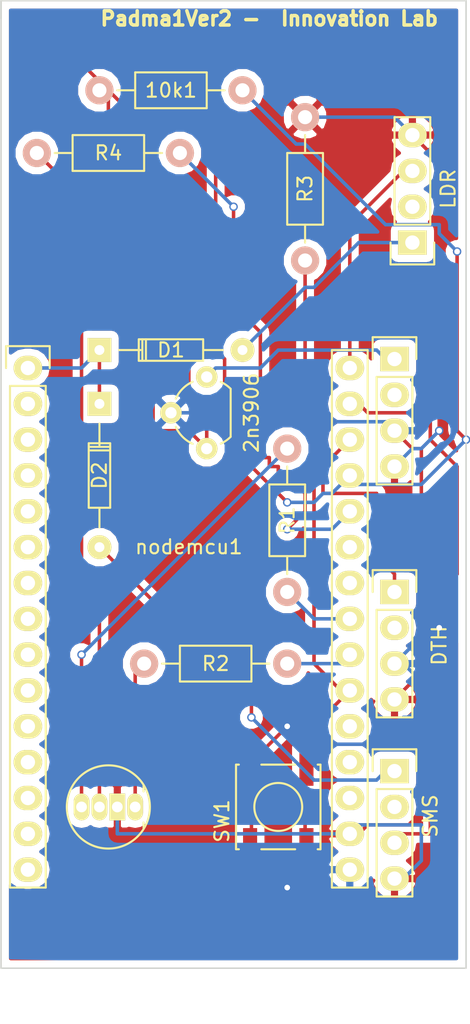
<source format=kicad_pcb>
(kicad_pcb (version 4) (host pcbnew 4.0.2+dfsg1-stable)

  (general
    (links 30)
    (no_connects 0)
    (area 143.459999 81.229999 176.580001 149.910001)
    (thickness 1.6)
    (drawings 8)
    (tracks 186)
    (zones 0)
    (modules 15)
    (nets 42)
  )

  (page A4)
  (layers
    (0 F.Cu signal)
    (31 B.Cu signal)
    (32 B.Adhes user)
    (33 F.Adhes user)
    (34 B.Paste user)
    (35 F.Paste user)
    (36 B.SilkS user)
    (37 F.SilkS user)
    (38 B.Mask user)
    (39 F.Mask user)
    (40 Dwgs.User user)
    (41 Cmts.User user)
    (42 Eco1.User user)
    (43 Eco2.User user)
    (44 Edge.Cuts user)
    (45 Margin user)
    (46 B.CrtYd user)
    (47 F.CrtYd user)
    (48 B.Fab user)
    (49 F.Fab user)
  )

  (setup
    (last_trace_width 0.25)
    (trace_clearance 0.2)
    (zone_clearance 0.508)
    (zone_45_only no)
    (trace_min 0.2)
    (segment_width 0.2)
    (edge_width 0.1)
    (via_size 0.6)
    (via_drill 0.4)
    (via_min_size 0.4)
    (via_min_drill 0.3)
    (uvia_size 0.3)
    (uvia_drill 0.1)
    (uvias_allowed no)
    (uvia_min_size 0.2)
    (uvia_min_drill 0.1)
    (pcb_text_width 0.3)
    (pcb_text_size 1.5 1.5)
    (mod_edge_width 0.15)
    (mod_text_size 1 1)
    (mod_text_width 0.15)
    (pad_size 1.5 1.5)
    (pad_drill 0.6)
    (pad_to_mask_clearance 0)
    (aux_axis_origin 0 0)
    (visible_elements FFFFFF7F)
    (pcbplotparams
      (layerselection 0x010f0_80000001)
      (usegerberextensions false)
      (excludeedgelayer true)
      (linewidth 0.100000)
      (plotframeref false)
      (viasonmask false)
      (mode 1)
      (useauxorigin false)
      (hpglpennumber 1)
      (hpglpenspeed 20)
      (hpglpendiameter 15)
      (hpglpenoverlay 2)
      (psnegative false)
      (psa4output false)
      (plotreference true)
      (plotvalue true)
      (plotinvisibletext false)
      (padsonsilk false)
      (subtractmaskfromsilk false)
      (outputformat 1)
      (mirror false)
      (drillshape 0)
      (scaleselection 1)
      (outputdirectory ""))
  )

  (net 0 "")
  (net 1 +3V3)
  (net 2 "Net-(2n3906-Pad3)")
  (net 3 "Net-(10k1-Pad1)")
  (net 4 "Net-(10k1-Pad2)")
  (net 5 "Net-(D1-Pad2)")
  (net 6 "Net-(D1-Pad1)")
  (net 7 "Net-(D2-Pad2)")
  (net 8 "Net-(D3-Pad1)")
  (net 9 Earth)
  (net 10 "Net-(D3-Pad3)")
  (net 11 "Net-(D3-Pad4)")
  (net 12 "Net-(DTH1-Pad1)")
  (net 13 "Net-(DTH1-Pad2)")
  (net 14 "Net-(Grovr1-Pad2)")
  (net 15 "Net-(LDR1-Pad2)")
  (net 16 "Net-(LDR1-Pad3)")
  (net 17 "Net-(MOIS1-Pad2)")
  (net 18 "Net-(MOIS1-Pad3)")
  (net 19 "Net-(nodemcu1-Pad2)")
  (net 20 "Net-(nodemcu1-Pad3)")
  (net 21 "Net-(nodemcu1-Pad4)")
  (net 22 "Net-(nodemcu1-Pad5)")
  (net 23 "Net-(nodemcu1-Pad6)")
  (net 24 "Net-(nodemcu1-Pad7)")
  (net 25 "Net-(nodemcu1-Pad8)")
  (net 26 "Net-(nodemcu1-Pad9)")
  (net 27 "Net-(nodemcu1-Pad10)")
  (net 28 "Net-(nodemcu1-Pad11)")
  (net 29 "Net-(nodemcu1-Pad12)")
  (net 30 "Net-(nodemcu1-Pad13)")
  (net 31 "Net-(nodemcu1-Pad14)")
  (net 32 "Net-(nodemcu1-Pad15)")
  (net 33 "Net-(nodemcu1-Pad18)")
  (net 34 "Net-(nodemcu1-Pad19)")
  (net 35 "Net-(nodemcu1-Pad25)")
  (net 36 "Net-(R4-Pad1)")
  (net 37 "Net-(nodemcu1-Pad24)")
  (net 38 "Net-(R2-Pad2)")
  (net 39 "Net-(R1-Pad1)")
  (net 40 "Net-(R3-Pad1)")
  (net 41 "Net-(nodemcu1-Pad20)")

  (net_class Default "This is the default net class."
    (clearance 0.2)
    (trace_width 0.25)
    (via_dia 0.6)
    (via_drill 0.4)
    (uvia_dia 0.3)
    (uvia_drill 0.1)
    (add_net +3V3)
    (add_net Earth)
    (add_net "Net-(10k1-Pad1)")
    (add_net "Net-(10k1-Pad2)")
    (add_net "Net-(2n3906-Pad3)")
    (add_net "Net-(D1-Pad1)")
    (add_net "Net-(D1-Pad2)")
    (add_net "Net-(D2-Pad2)")
    (add_net "Net-(D3-Pad1)")
    (add_net "Net-(D3-Pad3)")
    (add_net "Net-(D3-Pad4)")
    (add_net "Net-(DTH1-Pad1)")
    (add_net "Net-(DTH1-Pad2)")
    (add_net "Net-(Grovr1-Pad2)")
    (add_net "Net-(LDR1-Pad2)")
    (add_net "Net-(LDR1-Pad3)")
    (add_net "Net-(MOIS1-Pad2)")
    (add_net "Net-(MOIS1-Pad3)")
    (add_net "Net-(R1-Pad1)")
    (add_net "Net-(R2-Pad2)")
    (add_net "Net-(R3-Pad1)")
    (add_net "Net-(R4-Pad1)")
    (add_net "Net-(nodemcu1-Pad10)")
    (add_net "Net-(nodemcu1-Pad11)")
    (add_net "Net-(nodemcu1-Pad12)")
    (add_net "Net-(nodemcu1-Pad13)")
    (add_net "Net-(nodemcu1-Pad14)")
    (add_net "Net-(nodemcu1-Pad15)")
    (add_net "Net-(nodemcu1-Pad18)")
    (add_net "Net-(nodemcu1-Pad19)")
    (add_net "Net-(nodemcu1-Pad2)")
    (add_net "Net-(nodemcu1-Pad20)")
    (add_net "Net-(nodemcu1-Pad24)")
    (add_net "Net-(nodemcu1-Pad25)")
    (add_net "Net-(nodemcu1-Pad3)")
    (add_net "Net-(nodemcu1-Pad4)")
    (add_net "Net-(nodemcu1-Pad5)")
    (add_net "Net-(nodemcu1-Pad6)")
    (add_net "Net-(nodemcu1-Pad7)")
    (add_net "Net-(nodemcu1-Pad8)")
    (add_net "Net-(nodemcu1-Pad9)")
  )

  (module TO_SOT_Packages_THT:TO-92_Molded_Wide placed (layer F.Cu) (tedit 582D4403) (tstamp 582D4034)
    (at 158.115 113.03 90)
    (descr "TO-92 leads molded, wide, drill 0.8mm (see NXP sot054_po.pdf)")
    (tags "to-92 sc-43 sc-43a sot54 PA33 transistor")
    (path /582C37C4)
    (fp_text reference 2n3906 (at 2.54 3.175 90) (layer F.SilkS)
      (effects (font (size 1 1) (thickness 0.15)))
    )
    (fp_text value Q_PNP_BCE (at -2.54 1.27 180) (layer F.Fab) hide
      (effects (font (size 1 1) (thickness 0.15)))
    )
    (fp_arc (start 2.54 0) (end 0.34 -1) (angle 41.11209044) (layer F.SilkS) (width 0.15))
    (fp_arc (start 2.54 0) (end 4.74 -1) (angle -41.11210221) (layer F.SilkS) (width 0.15))
    (fp_arc (start 2.54 0) (end 0.84 1.7) (angle 20.5) (layer F.SilkS) (width 0.15))
    (fp_arc (start 2.54 0) (end 4.24 1.7) (angle -20.5) (layer F.SilkS) (width 0.15))
    (fp_line (start -1 1.95) (end -1 -3.55) (layer F.CrtYd) (width 0.05))
    (fp_line (start -1 1.95) (end 6.1 1.95) (layer F.CrtYd) (width 0.05))
    (fp_line (start 0.84 1.7) (end 4.24 1.7) (layer F.SilkS) (width 0.15))
    (fp_line (start -1 -3.55) (end 6.1 -3.55) (layer F.CrtYd) (width 0.05))
    (fp_line (start 6.1 1.95) (end 6.1 -3.55) (layer F.CrtYd) (width 0.05))
    (pad 2 thru_hole circle (at 2.54 -2.54 180) (size 1.524 1.524) (drill 0.8) (layers *.Cu *.Mask F.SilkS)
      (net 1 +3V3))
    (pad 3 thru_hole circle (at 5.08 0 180) (size 1.524 1.524) (drill 0.8) (layers *.Cu *.Mask F.SilkS)
      (net 2 "Net-(2n3906-Pad3)"))
    (pad 1 thru_hole circle (at 0 0 180) (size 1.524 1.524) (drill 0.8) (layers *.Cu *.Mask F.SilkS)
      (net 3 "Net-(10k1-Pad1)"))
    (model TO_SOT_Packages_THT.3dshapes/TO-92_Molded_Wide.wrl
      (at (xyz 0.1 0 0))
      (scale (xyz 1 1 1))
      (rotate (xyz 0 0 -90))
    )
  )

  (module Resistors_ThroughHole:Resistor_Horizontal_RM10mm placed (layer F.Cu) (tedit 582D4487) (tstamp 582D403A)
    (at 150.495 87.63)
    (descr "Resistor, Axial,  RM 10mm, 1/3W")
    (tags "Resistor Axial RM 10mm 1/3W")
    (path /582C36F9)
    (fp_text reference 10k1 (at 5.08 0) (layer F.SilkS)
      (effects (font (size 1 1) (thickness 0.15)))
    )
    (fp_text value R (at 5.08 3.81) (layer F.Fab) hide
      (effects (font (size 1 1) (thickness 0.15)))
    )
    (fp_line (start -1.25 -1.5) (end 11.4 -1.5) (layer F.CrtYd) (width 0.05))
    (fp_line (start -1.25 1.5) (end -1.25 -1.5) (layer F.CrtYd) (width 0.05))
    (fp_line (start 11.4 -1.5) (end 11.4 1.5) (layer F.CrtYd) (width 0.05))
    (fp_line (start -1.25 1.5) (end 11.4 1.5) (layer F.CrtYd) (width 0.05))
    (fp_line (start 2.54 -1.27) (end 7.62 -1.27) (layer F.SilkS) (width 0.15))
    (fp_line (start 7.62 -1.27) (end 7.62 1.27) (layer F.SilkS) (width 0.15))
    (fp_line (start 7.62 1.27) (end 2.54 1.27) (layer F.SilkS) (width 0.15))
    (fp_line (start 2.54 1.27) (end 2.54 -1.27) (layer F.SilkS) (width 0.15))
    (fp_line (start 2.54 0) (end 1.27 0) (layer F.SilkS) (width 0.15))
    (fp_line (start 7.62 0) (end 8.89 0) (layer F.SilkS) (width 0.15))
    (pad 1 thru_hole circle (at 0 0) (size 1.99898 1.99898) (drill 1.00076) (layers *.Cu *.SilkS *.Mask)
      (net 3 "Net-(10k1-Pad1)"))
    (pad 2 thru_hole circle (at 10.16 0) (size 1.99898 1.99898) (drill 1.00076) (layers *.Cu *.SilkS *.Mask)
      (net 4 "Net-(10k1-Pad2)"))
    (model Resistors_ThroughHole.3dshapes/Resistor_Horizontal_RM10mm.wrl
      (at (xyz 0 0 0))
      (scale (xyz 0.4 0.4 0.4))
      (rotate (xyz 0 0 0))
    )
  )

  (module Diodes_ThroughHole:Diode_DO-35_SOD27_Horizontal_RM10 placed (layer F.Cu) (tedit 582D442C) (tstamp 582D4040)
    (at 150.495 106.045)
    (descr "Diode, DO-35,  SOD27, Horizontal, RM 10mm")
    (tags "Diode, DO-35, SOD27, Horizontal, RM 10mm, 1N4148,")
    (path /582C3A72)
    (fp_text reference D1 (at 5.08 0) (layer F.SilkS)
      (effects (font (size 1 1) (thickness 0.15)))
    )
    (fp_text value D (at 4.41452 -3.55854) (layer F.Fab) hide
      (effects (font (size 1 1) (thickness 0.15)))
    )
    (fp_line (start 7.36652 -0.00254) (end 8.76352 -0.00254) (layer F.SilkS) (width 0.15))
    (fp_line (start 2.92152 -0.00254) (end 1.39752 -0.00254) (layer F.SilkS) (width 0.15))
    (fp_line (start 3.30252 -0.76454) (end 3.30252 0.75946) (layer F.SilkS) (width 0.15))
    (fp_line (start 3.04852 -0.76454) (end 3.04852 0.75946) (layer F.SilkS) (width 0.15))
    (fp_line (start 2.79452 -0.00254) (end 2.79452 0.75946) (layer F.SilkS) (width 0.15))
    (fp_line (start 2.79452 0.75946) (end 7.36652 0.75946) (layer F.SilkS) (width 0.15))
    (fp_line (start 7.36652 0.75946) (end 7.36652 -0.76454) (layer F.SilkS) (width 0.15))
    (fp_line (start 7.36652 -0.76454) (end 2.79452 -0.76454) (layer F.SilkS) (width 0.15))
    (fp_line (start 2.79452 -0.76454) (end 2.79452 -0.00254) (layer F.SilkS) (width 0.15))
    (pad 2 thru_hole circle (at 10.16052 -0.00254 180) (size 1.69926 1.69926) (drill 0.70104) (layers *.Cu *.Mask F.SilkS)
      (net 5 "Net-(D1-Pad2)"))
    (pad 1 thru_hole rect (at 0.00052 -0.00254 180) (size 1.69926 1.69926) (drill 0.70104) (layers *.Cu *.Mask F.SilkS)
      (net 6 "Net-(D1-Pad1)"))
    (model Diodes_ThroughHole.3dshapes/Diode_DO-35_SOD27_Horizontal_RM10.wrl
      (at (xyz 0.2 0 0))
      (scale (xyz 0.4 0.4 0.4))
      (rotate (xyz 0 0 180))
    )
  )

  (module Diodes_ThroughHole:Diode_DO-35_SOD27_Horizontal_RM10 placed (layer F.Cu) (tedit 582D4420) (tstamp 582D4046)
    (at 150.495 109.855 270)
    (descr "Diode, DO-35,  SOD27, Horizontal, RM 10mm")
    (tags "Diode, DO-35, SOD27, Horizontal, RM 10mm, 1N4148,")
    (path /582C376F)
    (fp_text reference D2 (at 5.08 0 270) (layer F.SilkS)
      (effects (font (size 1 1) (thickness 0.15)))
    )
    (fp_text value D (at 4.41452 -3.55854 270) (layer F.Fab) hide
      (effects (font (size 1 1) (thickness 0.15)))
    )
    (fp_line (start 7.36652 -0.00254) (end 8.76352 -0.00254) (layer F.SilkS) (width 0.15))
    (fp_line (start 2.92152 -0.00254) (end 1.39752 -0.00254) (layer F.SilkS) (width 0.15))
    (fp_line (start 3.30252 -0.76454) (end 3.30252 0.75946) (layer F.SilkS) (width 0.15))
    (fp_line (start 3.04852 -0.76454) (end 3.04852 0.75946) (layer F.SilkS) (width 0.15))
    (fp_line (start 2.79452 -0.00254) (end 2.79452 0.75946) (layer F.SilkS) (width 0.15))
    (fp_line (start 2.79452 0.75946) (end 7.36652 0.75946) (layer F.SilkS) (width 0.15))
    (fp_line (start 7.36652 0.75946) (end 7.36652 -0.76454) (layer F.SilkS) (width 0.15))
    (fp_line (start 7.36652 -0.76454) (end 2.79452 -0.76454) (layer F.SilkS) (width 0.15))
    (fp_line (start 2.79452 -0.76454) (end 2.79452 -0.00254) (layer F.SilkS) (width 0.15))
    (pad 2 thru_hole circle (at 10.16052 -0.00254 90) (size 1.69926 1.69926) (drill 0.70104) (layers *.Cu *.Mask F.SilkS)
      (net 7 "Net-(D2-Pad2)"))
    (pad 1 thru_hole rect (at 0.00052 -0.00254 90) (size 1.69926 1.69926) (drill 0.70104) (layers *.Cu *.Mask F.SilkS)
      (net 6 "Net-(D1-Pad1)"))
    (model Diodes_ThroughHole.3dshapes/Diode_DO-35_SOD27_Horizontal_RM10.wrl
      (at (xyz 0.2 0 0))
      (scale (xyz 0.4 0.4 0.4))
      (rotate (xyz 0 0 180))
    )
  )

  (module LEDs:LED-RGB-5MM_Common_Cathode placed (layer F.Cu) (tedit 582D9CA2) (tstamp 582D404E)
    (at 153.035 138.43 270)
    (descr "5mm common cathode RGB LED")
    (tags "RGB LED 5mm Common Cathode")
    (path /582C388A)
    (fp_text reference D3 (at 0 -2.25 270) (layer F.SilkS) hide
      (effects (font (size 1 1) (thickness 0.15)))
    )
    (fp_text value LED_RGB (at 3.175 1.27 360) (layer F.Fab)
      (effects (font (size 1 1) (thickness 0.15)))
    )
    (fp_circle (center 0 1.905) (end 3.2 1.905) (layer F.CrtYd) (width 0.05))
    (fp_line (start -1.1 -0.595) (end -1.55 -0.595) (layer F.SilkS) (width 0.15))
    (fp_circle (center 0 1.905) (end 2.95 1.905) (layer F.SilkS) (width 0.15))
    (fp_line (start 1.1 -0.595) (end 1.55 -0.595) (layer F.SilkS) (width 0.15))
    (pad 1 thru_hole oval (at 0 0 270) (size 1.905 1.1176) (drill 0.762) (layers *.Cu *.Mask F.SilkS)
      (net 8 "Net-(D3-Pad1)"))
    (pad 2 thru_hole rect (at 0 1.27 270) (size 1.905 1.1176) (drill 0.762) (layers *.Cu *.Mask F.SilkS)
      (net 9 Earth))
    (pad 3 thru_hole oval (at 0 2.54 270) (size 1.905 1.1176) (drill 0.762) (layers *.Cu *.Mask F.SilkS)
      (net 10 "Net-(D3-Pad3)"))
    (pad 4 thru_hole oval (at 0 3.81 270) (size 1.905 1.1176) (drill 0.762) (layers *.Cu *.Mask F.SilkS)
      (net 11 "Net-(D3-Pad4)"))
  )

  (module Pin_Headers:Pin_Header_Straight_1x04 placed (layer F.Cu) (tedit 582D9D03) (tstamp 582D4056)
    (at 171.45 123.19)
    (descr "Through hole pin header")
    (tags "pin header")
    (path /582C4013)
    (fp_text reference DTH (at 3.175 3.81 90) (layer F.SilkS)
      (effects (font (size 1 1) (thickness 0.15)))
    )
    (fp_text value CONN_01X04 (at 0 -3.1) (layer F.Fab) hide
      (effects (font (size 1 1) (thickness 0.15)))
    )
    (fp_line (start -1.75 -1.75) (end -1.75 9.4) (layer F.CrtYd) (width 0.05))
    (fp_line (start 1.75 -1.75) (end 1.75 9.4) (layer F.CrtYd) (width 0.05))
    (fp_line (start -1.75 -1.75) (end 1.75 -1.75) (layer F.CrtYd) (width 0.05))
    (fp_line (start -1.75 9.4) (end 1.75 9.4) (layer F.CrtYd) (width 0.05))
    (fp_line (start -1.27 1.27) (end -1.27 8.89) (layer F.SilkS) (width 0.15))
    (fp_line (start 1.27 1.27) (end 1.27 8.89) (layer F.SilkS) (width 0.15))
    (fp_line (start 1.55 -1.55) (end 1.55 0) (layer F.SilkS) (width 0.15))
    (fp_line (start -1.27 8.89) (end 1.27 8.89) (layer F.SilkS) (width 0.15))
    (fp_line (start 1.27 1.27) (end -1.27 1.27) (layer F.SilkS) (width 0.15))
    (fp_line (start -1.55 0) (end -1.55 -1.55) (layer F.SilkS) (width 0.15))
    (fp_line (start -1.55 -1.55) (end 1.55 -1.55) (layer F.SilkS) (width 0.15))
    (pad 1 thru_hole rect (at 0 0) (size 2.032 1.7272) (drill 1.016) (layers *.Cu *.Mask F.SilkS)
      (net 12 "Net-(DTH1-Pad1)"))
    (pad 2 thru_hole oval (at 0 2.54) (size 2.032 1.7272) (drill 1.016) (layers *.Cu *.Mask F.SilkS)
      (net 13 "Net-(DTH1-Pad2)"))
    (pad 3 thru_hole oval (at 0 5.08) (size 2.032 1.7272) (drill 1.016) (layers *.Cu *.Mask F.SilkS)
      (net 1 +3V3))
    (pad 4 thru_hole oval (at 0 7.62) (size 2.032 1.7272) (drill 1.016) (layers *.Cu *.Mask F.SilkS)
      (net 9 Earth))
    (model Pin_Headers.3dshapes/Pin_Header_Straight_1x04.wrl
      (at (xyz 0 -0.15 0))
      (scale (xyz 1 1 1))
      (rotate (xyz 0 0 90))
    )
  )

  (module Pin_Headers:Pin_Header_Straight_1x04 placed (layer F.Cu) (tedit 582D4569) (tstamp 582D405E)
    (at 171.45 106.68)
    (descr "Through hole pin header")
    (tags "pin header")
    (path /582C406C)
    (fp_text reference Grovr1 (at 0 -5.1) (layer F.SilkS) hide
      (effects (font (size 1 1) (thickness 0.15)))
    )
    (fp_text value RLY (at 3.175 4.445 90) (layer F.Fab)
      (effects (font (size 1 1) (thickness 0.15)))
    )
    (fp_line (start -1.75 -1.75) (end -1.75 9.4) (layer F.CrtYd) (width 0.05))
    (fp_line (start 1.75 -1.75) (end 1.75 9.4) (layer F.CrtYd) (width 0.05))
    (fp_line (start -1.75 -1.75) (end 1.75 -1.75) (layer F.CrtYd) (width 0.05))
    (fp_line (start -1.75 9.4) (end 1.75 9.4) (layer F.CrtYd) (width 0.05))
    (fp_line (start -1.27 1.27) (end -1.27 8.89) (layer F.SilkS) (width 0.15))
    (fp_line (start 1.27 1.27) (end 1.27 8.89) (layer F.SilkS) (width 0.15))
    (fp_line (start 1.55 -1.55) (end 1.55 0) (layer F.SilkS) (width 0.15))
    (fp_line (start -1.27 8.89) (end 1.27 8.89) (layer F.SilkS) (width 0.15))
    (fp_line (start 1.27 1.27) (end -1.27 1.27) (layer F.SilkS) (width 0.15))
    (fp_line (start -1.55 0) (end -1.55 -1.55) (layer F.SilkS) (width 0.15))
    (fp_line (start -1.55 -1.55) (end 1.55 -1.55) (layer F.SilkS) (width 0.15))
    (pad 1 thru_hole rect (at 0 0) (size 2.032 1.7272) (drill 1.016) (layers *.Cu *.Mask F.SilkS)
      (net 2 "Net-(2n3906-Pad3)"))
    (pad 2 thru_hole oval (at 0 2.54) (size 2.032 1.7272) (drill 1.016) (layers *.Cu *.Mask F.SilkS)
      (net 14 "Net-(Grovr1-Pad2)"))
    (pad 3 thru_hole oval (at 0 5.08) (size 2.032 1.7272) (drill 1.016) (layers *.Cu *.Mask F.SilkS)
      (net 1 +3V3))
    (pad 4 thru_hole oval (at 0 7.62) (size 2.032 1.7272) (drill 1.016) (layers *.Cu *.Mask F.SilkS)
      (net 9 Earth))
    (model Pin_Headers.3dshapes/Pin_Header_Straight_1x04.wrl
      (at (xyz 0 -0.15 0))
      (scale (xyz 1 1 1))
      (rotate (xyz 0 0 90))
    )
  )

  (module Pin_Headers:Pin_Header_Straight_1x04 placed (layer F.Cu) (tedit 582D9D12) (tstamp 582D4066)
    (at 172.72 98.425 180)
    (descr "Through hole pin header")
    (tags "pin header")
    (path /582C3F02)
    (fp_text reference LDR (at -2.54 3.81 270) (layer F.SilkS)
      (effects (font (size 1 1) (thickness 0.15)))
    )
    (fp_text value CONN_01X04 (at 0 -3.1 180) (layer F.Fab) hide
      (effects (font (size 1 1) (thickness 0.15)))
    )
    (fp_line (start -1.75 -1.75) (end -1.75 9.4) (layer F.CrtYd) (width 0.05))
    (fp_line (start 1.75 -1.75) (end 1.75 9.4) (layer F.CrtYd) (width 0.05))
    (fp_line (start -1.75 -1.75) (end 1.75 -1.75) (layer F.CrtYd) (width 0.05))
    (fp_line (start -1.75 9.4) (end 1.75 9.4) (layer F.CrtYd) (width 0.05))
    (fp_line (start -1.27 1.27) (end -1.27 8.89) (layer F.SilkS) (width 0.15))
    (fp_line (start 1.27 1.27) (end 1.27 8.89) (layer F.SilkS) (width 0.15))
    (fp_line (start 1.55 -1.55) (end 1.55 0) (layer F.SilkS) (width 0.15))
    (fp_line (start -1.27 8.89) (end 1.27 8.89) (layer F.SilkS) (width 0.15))
    (fp_line (start 1.27 1.27) (end -1.27 1.27) (layer F.SilkS) (width 0.15))
    (fp_line (start -1.55 0) (end -1.55 -1.55) (layer F.SilkS) (width 0.15))
    (fp_line (start -1.55 -1.55) (end 1.55 -1.55) (layer F.SilkS) (width 0.15))
    (pad 1 thru_hole rect (at 0 0 180) (size 2.032 1.7272) (drill 1.016) (layers *.Cu *.Mask F.SilkS)
      (net 5 "Net-(D1-Pad2)"))
    (pad 2 thru_hole oval (at 0 2.54 180) (size 2.032 1.7272) (drill 1.016) (layers *.Cu *.Mask F.SilkS)
      (net 15 "Net-(LDR1-Pad2)"))
    (pad 3 thru_hole oval (at 0 5.08 180) (size 2.032 1.7272) (drill 1.016) (layers *.Cu *.Mask F.SilkS)
      (net 16 "Net-(LDR1-Pad3)"))
    (pad 4 thru_hole oval (at 0 7.62 180) (size 2.032 1.7272) (drill 1.016) (layers *.Cu *.Mask F.SilkS)
      (net 9 Earth))
    (model Pin_Headers.3dshapes/Pin_Header_Straight_1x04.wrl
      (at (xyz 0 -0.15 0))
      (scale (xyz 1 1 1))
      (rotate (xyz 0 0 90))
    )
  )

  (module Pin_Headers:Pin_Header_Straight_1x04 placed (layer F.Cu) (tedit 582D9CDB) (tstamp 582D406E)
    (at 171.45 135.89)
    (descr "Through hole pin header")
    (tags "pin header")
    (path /582C3F9A)
    (fp_text reference SMS (at 2.54 3.175 90) (layer F.SilkS)
      (effects (font (size 1 1) (thickness 0.15)))
    )
    (fp_text value CONN_01X04 (at 0 -3.1) (layer F.Fab) hide
      (effects (font (size 1 1) (thickness 0.15)))
    )
    (fp_line (start -1.75 -1.75) (end -1.75 9.4) (layer F.CrtYd) (width 0.05))
    (fp_line (start 1.75 -1.75) (end 1.75 9.4) (layer F.CrtYd) (width 0.05))
    (fp_line (start -1.75 -1.75) (end 1.75 -1.75) (layer F.CrtYd) (width 0.05))
    (fp_line (start -1.75 9.4) (end 1.75 9.4) (layer F.CrtYd) (width 0.05))
    (fp_line (start -1.27 1.27) (end -1.27 8.89) (layer F.SilkS) (width 0.15))
    (fp_line (start 1.27 1.27) (end 1.27 8.89) (layer F.SilkS) (width 0.15))
    (fp_line (start 1.55 -1.55) (end 1.55 0) (layer F.SilkS) (width 0.15))
    (fp_line (start -1.27 8.89) (end 1.27 8.89) (layer F.SilkS) (width 0.15))
    (fp_line (start 1.27 1.27) (end -1.27 1.27) (layer F.SilkS) (width 0.15))
    (fp_line (start -1.55 0) (end -1.55 -1.55) (layer F.SilkS) (width 0.15))
    (fp_line (start -1.55 -1.55) (end 1.55 -1.55) (layer F.SilkS) (width 0.15))
    (pad 1 thru_hole rect (at 0 0) (size 2.032 1.7272) (drill 1.016) (layers *.Cu *.Mask F.SilkS)
      (net 7 "Net-(D2-Pad2)"))
    (pad 2 thru_hole oval (at 0 2.54) (size 2.032 1.7272) (drill 1.016) (layers *.Cu *.Mask F.SilkS)
      (net 17 "Net-(MOIS1-Pad2)"))
    (pad 3 thru_hole oval (at 0 5.08) (size 2.032 1.7272) (drill 1.016) (layers *.Cu *.Mask F.SilkS)
      (net 18 "Net-(MOIS1-Pad3)"))
    (pad 4 thru_hole oval (at 0 7.62) (size 2.032 1.7272) (drill 1.016) (layers *.Cu *.Mask F.SilkS)
      (net 9 Earth))
    (model Pin_Headers.3dshapes/Pin_Header_Straight_1x04.wrl
      (at (xyz 0 -0.15 0))
      (scale (xyz 1 1 1))
      (rotate (xyz 0 0 90))
    )
  )

  (module nodemcu:NodeMCU_Amica_R2 placed (layer F.Cu) (tedit 56871839) (tstamp 582D4090)
    (at 145.415 107.315)
    (descr "Through-hole-mounted NodeMCU 0.9")
    (tags nodemcu)
    (path /582C3605)
    (fp_text reference nodemcu1 (at 11.43 12.68) (layer F.SilkS)
      (effects (font (size 1 1) (thickness 0.15)))
    )
    (fp_text value nodemcu (at 11.43 45.085) (layer F.Fab)
      (effects (font (size 2 2) (thickness 0.15)))
    )
    (fp_circle (center 0.108949 -4.318) (end 1.378949 -3.048) (layer F.CrtYd) (width 0.15))
    (fp_line (start 15.24 37.465) (end 15.24 42.545) (layer F.CrtYd) (width 0.15))
    (fp_line (start 7.62 37.465) (end 15.24 37.465) (layer F.CrtYd) (width 0.15))
    (fp_line (start 7.62 42.545) (end 7.62 37.465) (layer F.CrtYd) (width 0.15))
    (fp_line (start -1.905 42.545) (end -1.905 -6.35) (layer F.CrtYd) (width 0.15))
    (fp_line (start 24.765 42.545) (end -1.905 42.545) (layer F.CrtYd) (width 0.15))
    (fp_line (start 24.765 -6.35) (end 24.765 42.545) (layer F.CrtYd) (width 0.15))
    (fp_line (start -1.905 -6.35) (end 24.765 -6.35) (layer F.CrtYd) (width 0.15))
    (fp_line (start -1.27 1.27) (end -1.27 36.83) (layer F.SilkS) (width 0.15))
    (fp_line (start -1.27 36.83) (end 1.27 36.83) (layer F.SilkS) (width 0.15))
    (fp_line (start 1.27 36.83) (end 1.27 1.27) (layer F.SilkS) (width 0.15))
    (fp_line (start 1.55 -1.55) (end 1.55 0) (layer F.SilkS) (width 0.15))
    (fp_line (start 1.27 1.27) (end -1.27 1.27) (layer F.SilkS) (width 0.15))
    (fp_line (start -1.55 0) (end -1.55 -1.55) (layer F.SilkS) (width 0.15))
    (fp_line (start -1.55 -1.55) (end 1.55 -1.55) (layer F.SilkS) (width 0.15))
    (fp_line (start 21.59 36.83) (end 24.13 36.83) (layer F.SilkS) (width 0.15))
    (fp_line (start 21.59 -1.27) (end 21.59 36.83) (layer F.SilkS) (width 0.15))
    (fp_line (start 24.13 -1.27) (end 21.59 -1.27) (layer F.SilkS) (width 0.15))
    (fp_line (start 24.13 36.83) (end 24.13 -1.27) (layer F.SilkS) (width 0.15))
    (fp_circle (center 22.733 -4.318) (end 24.003 -3.048) (layer F.CrtYd) (width 0.15))
    (fp_circle (center 22.733 40.513) (end 24.003 41.783) (layer F.CrtYd) (width 0.15))
    (fp_circle (center 0.127 40.513) (end 1.397 41.783) (layer F.CrtYd) (width 0.15))
    (pad 1 thru_hole oval (at 0 0) (size 2.032 1.7272) (drill 1.016) (layers *.Cu *.Mask F.SilkS)
      (net 6 "Net-(D1-Pad1)"))
    (pad 2 thru_hole oval (at 0 2.54) (size 2.032 1.7272) (drill 1.016) (layers *.Cu *.Mask F.SilkS)
      (net 19 "Net-(nodemcu1-Pad2)"))
    (pad 3 thru_hole oval (at 0 5.08) (size 2.032 1.7272) (drill 1.016) (layers *.Cu *.Mask F.SilkS)
      (net 20 "Net-(nodemcu1-Pad3)"))
    (pad 4 thru_hole oval (at 0 7.62) (size 2.032 1.7272) (drill 1.016) (layers *.Cu *.Mask F.SilkS)
      (net 21 "Net-(nodemcu1-Pad4)"))
    (pad 5 thru_hole oval (at 0 10.16) (size 2.032 1.7272) (drill 1.016) (layers *.Cu *.Mask F.SilkS)
      (net 22 "Net-(nodemcu1-Pad5)"))
    (pad 6 thru_hole oval (at 0 12.7) (size 2.032 1.7272) (drill 1.016) (layers *.Cu *.Mask F.SilkS)
      (net 23 "Net-(nodemcu1-Pad6)"))
    (pad 7 thru_hole oval (at 0 15.24) (size 2.032 1.7272) (drill 1.016) (layers *.Cu *.Mask F.SilkS)
      (net 24 "Net-(nodemcu1-Pad7)"))
    (pad 8 thru_hole oval (at 0 17.78) (size 2.032 1.7272) (drill 1.016) (layers *.Cu *.Mask F.SilkS)
      (net 25 "Net-(nodemcu1-Pad8)"))
    (pad 9 thru_hole oval (at 0 20.32) (size 2.032 1.7272) (drill 1.016) (layers *.Cu *.Mask F.SilkS)
      (net 26 "Net-(nodemcu1-Pad9)"))
    (pad 10 thru_hole oval (at 0 22.86) (size 2.032 1.7272) (drill 1.016) (layers *.Cu *.Mask F.SilkS)
      (net 27 "Net-(nodemcu1-Pad10)"))
    (pad 11 thru_hole oval (at 0 25.4) (size 2.032 1.7272) (drill 1.016) (layers *.Cu *.Mask F.SilkS)
      (net 28 "Net-(nodemcu1-Pad11)"))
    (pad 12 thru_hole oval (at 0 27.94) (size 2.032 1.7272) (drill 1.016) (layers *.Cu *.Mask F.SilkS)
      (net 29 "Net-(nodemcu1-Pad12)"))
    (pad 13 thru_hole oval (at 0 30.48) (size 2.032 1.7272) (drill 1.016) (layers *.Cu *.Mask F.SilkS)
      (net 30 "Net-(nodemcu1-Pad13)"))
    (pad 14 thru_hole oval (at 0 33.02) (size 2.032 1.7272) (drill 1.016) (layers *.Cu *.Mask F.SilkS)
      (net 31 "Net-(nodemcu1-Pad14)"))
    (pad 15 thru_hole oval (at 0 35.56) (size 2.032 1.7272) (drill 1.016) (layers *.Cu *.Mask F.SilkS)
      (net 32 "Net-(nodemcu1-Pad15)"))
    (pad 30 thru_hole oval (at 22.86 0) (size 2.032 1.7272) (drill 1.016) (layers *.Cu *.Mask F.SilkS)
      (net 16 "Net-(LDR1-Pad3)"))
    (pad 18 thru_hole oval (at 22.86 30.48) (size 2.032 1.7272) (drill 1.016) (layers *.Cu *.Mask F.SilkS)
      (net 33 "Net-(nodemcu1-Pad18)"))
    (pad 17 thru_hole oval (at 22.86 33.02) (size 2.032 1.7272) (drill 1.016) (layers *.Cu *.Mask F.SilkS)
      (net 9 Earth))
    (pad 19 thru_hole oval (at 22.86 27.94) (size 2.032 1.7272) (drill 1.016) (layers *.Cu *.Mask F.SilkS)
      (net 34 "Net-(nodemcu1-Pad19)"))
    (pad 25 thru_hole oval (at 22.86 12.7) (size 2.032 1.7272) (drill 1.016) (layers *.Cu *.Mask F.SilkS)
      (net 35 "Net-(nodemcu1-Pad25)"))
    (pad 26 thru_hole oval (at 22.86 10.16) (size 2.032 1.7272) (drill 1.016) (layers *.Cu *.Mask F.SilkS)
      (net 36 "Net-(R4-Pad1)"))
    (pad 24 thru_hole oval (at 22.86 15.24) (size 2.032 1.7272) (drill 1.016) (layers *.Cu *.Mask F.SilkS)
      (net 37 "Net-(nodemcu1-Pad24)"))
    (pad 16 thru_hole oval (at 22.86 35.56) (size 2.032 1.7272) (drill 1.016) (layers *.Cu *.Mask F.SilkS)
      (net 1 +3V3))
    (pad 22 thru_hole oval (at 22.86 20.32) (size 2.032 1.7272) (drill 1.016) (layers *.Cu *.Mask F.SilkS)
      (net 38 "Net-(R2-Pad2)"))
    (pad 23 thru_hole oval (at 22.86 17.78) (size 2.032 1.7272) (drill 1.016) (layers *.Cu *.Mask F.SilkS)
      (net 39 "Net-(R1-Pad1)"))
    (pad 21 thru_hole oval (at 22.86 22.86) (size 2.032 1.7272) (drill 1.016) (layers *.Cu *.Mask F.SilkS)
      (net 40 "Net-(R3-Pad1)"))
    (pad 20 thru_hole oval (at 22.86 25.4) (size 2.032 1.7272) (drill 1.016) (layers *.Cu *.Mask F.SilkS)
      (net 41 "Net-(nodemcu1-Pad20)"))
    (pad 28 thru_hole oval (at 22.86 5.08) (size 2.032 1.7272) (drill 1.016) (layers *.Cu *.Mask F.SilkS)
      (net 12 "Net-(DTH1-Pad1)"))
    (pad 27 thru_hole oval (at 22.86 7.62) (size 2.032 1.7272) (drill 1.016) (layers *.Cu *.Mask F.SilkS)
      (net 4 "Net-(10k1-Pad2)"))
    (pad 29 thru_hole oval (at 22.86 2.54) (size 2.032 1.7272) (drill 1.016) (layers *.Cu *.Mask F.SilkS)
      (net 18 "Net-(MOIS1-Pad3)"))
  )

  (module Resistors_ThroughHole:Resistor_Horizontal_RM10mm placed (layer F.Cu) (tedit 582D4418) (tstamp 582D4096)
    (at 163.83 123.19 90)
    (descr "Resistor, Axial,  RM 10mm, 1/3W")
    (tags "Resistor Axial RM 10mm 1/3W")
    (path /582C866A)
    (fp_text reference R1 (at 5.08 0 90) (layer F.SilkS)
      (effects (font (size 1 1) (thickness 0.15)))
    )
    (fp_text value R (at 5.08 3.81 90) (layer F.Fab) hide
      (effects (font (size 1 1) (thickness 0.15)))
    )
    (fp_line (start -1.25 -1.5) (end 11.4 -1.5) (layer F.CrtYd) (width 0.05))
    (fp_line (start -1.25 1.5) (end -1.25 -1.5) (layer F.CrtYd) (width 0.05))
    (fp_line (start 11.4 -1.5) (end 11.4 1.5) (layer F.CrtYd) (width 0.05))
    (fp_line (start -1.25 1.5) (end 11.4 1.5) (layer F.CrtYd) (width 0.05))
    (fp_line (start 2.54 -1.27) (end 7.62 -1.27) (layer F.SilkS) (width 0.15))
    (fp_line (start 7.62 -1.27) (end 7.62 1.27) (layer F.SilkS) (width 0.15))
    (fp_line (start 7.62 1.27) (end 2.54 1.27) (layer F.SilkS) (width 0.15))
    (fp_line (start 2.54 1.27) (end 2.54 -1.27) (layer F.SilkS) (width 0.15))
    (fp_line (start 2.54 0) (end 1.27 0) (layer F.SilkS) (width 0.15))
    (fp_line (start 7.62 0) (end 8.89 0) (layer F.SilkS) (width 0.15))
    (pad 1 thru_hole circle (at 0 0 90) (size 1.99898 1.99898) (drill 1.00076) (layers *.Cu *.SilkS *.Mask)
      (net 39 "Net-(R1-Pad1)"))
    (pad 2 thru_hole circle (at 10.16 0 90) (size 1.99898 1.99898) (drill 1.00076) (layers *.Cu *.SilkS *.Mask)
      (net 11 "Net-(D3-Pad4)"))
    (model Resistors_ThroughHole.3dshapes/Resistor_Horizontal_RM10mm.wrl
      (at (xyz 0 0 0))
      (scale (xyz 0.4 0.4 0.4))
      (rotate (xyz 0 0 0))
    )
  )

  (module Resistors_ThroughHole:Resistor_Horizontal_RM10mm placed (layer F.Cu) (tedit 582D440F) (tstamp 582D409C)
    (at 153.67 128.27)
    (descr "Resistor, Axial,  RM 10mm, 1/3W")
    (tags "Resistor Axial RM 10mm 1/3W")
    (path /582C8997)
    (fp_text reference R2 (at 5.08 0) (layer F.SilkS)
      (effects (font (size 1 1) (thickness 0.15)))
    )
    (fp_text value R (at 5.08 3.81) (layer F.Fab) hide
      (effects (font (size 1 1) (thickness 0.15)))
    )
    (fp_line (start -1.25 -1.5) (end 11.4 -1.5) (layer F.CrtYd) (width 0.05))
    (fp_line (start -1.25 1.5) (end -1.25 -1.5) (layer F.CrtYd) (width 0.05))
    (fp_line (start 11.4 -1.5) (end 11.4 1.5) (layer F.CrtYd) (width 0.05))
    (fp_line (start -1.25 1.5) (end 11.4 1.5) (layer F.CrtYd) (width 0.05))
    (fp_line (start 2.54 -1.27) (end 7.62 -1.27) (layer F.SilkS) (width 0.15))
    (fp_line (start 7.62 -1.27) (end 7.62 1.27) (layer F.SilkS) (width 0.15))
    (fp_line (start 7.62 1.27) (end 2.54 1.27) (layer F.SilkS) (width 0.15))
    (fp_line (start 2.54 1.27) (end 2.54 -1.27) (layer F.SilkS) (width 0.15))
    (fp_line (start 2.54 0) (end 1.27 0) (layer F.SilkS) (width 0.15))
    (fp_line (start 7.62 0) (end 8.89 0) (layer F.SilkS) (width 0.15))
    (pad 1 thru_hole circle (at 0 0) (size 1.99898 1.99898) (drill 1.00076) (layers *.Cu *.SilkS *.Mask)
      (net 8 "Net-(D3-Pad1)"))
    (pad 2 thru_hole circle (at 10.16 0) (size 1.99898 1.99898) (drill 1.00076) (layers *.Cu *.SilkS *.Mask)
      (net 38 "Net-(R2-Pad2)"))
    (model Resistors_ThroughHole.3dshapes/Resistor_Horizontal_RM10mm.wrl
      (at (xyz 0 0 0))
      (scale (xyz 0.4 0.4 0.4))
      (rotate (xyz 0 0 0))
    )
  )

  (module Resistors_ThroughHole:Resistor_Horizontal_RM10mm placed (layer F.Cu) (tedit 582D4463) (tstamp 582D40A2)
    (at 165.1 99.695 90)
    (descr "Resistor, Axial,  RM 10mm, 1/3W")
    (tags "Resistor Axial RM 10mm 1/3W")
    (path /582C3672)
    (fp_text reference R3 (at 5.08 0 90) (layer F.SilkS)
      (effects (font (size 1 1) (thickness 0.15)))
    )
    (fp_text value R (at 5.08 3.81 90) (layer F.Fab) hide
      (effects (font (size 1 1) (thickness 0.15)))
    )
    (fp_line (start -1.25 -1.5) (end 11.4 -1.5) (layer F.CrtYd) (width 0.05))
    (fp_line (start -1.25 1.5) (end -1.25 -1.5) (layer F.CrtYd) (width 0.05))
    (fp_line (start 11.4 -1.5) (end 11.4 1.5) (layer F.CrtYd) (width 0.05))
    (fp_line (start -1.25 1.5) (end 11.4 1.5) (layer F.CrtYd) (width 0.05))
    (fp_line (start 2.54 -1.27) (end 7.62 -1.27) (layer F.SilkS) (width 0.15))
    (fp_line (start 7.62 -1.27) (end 7.62 1.27) (layer F.SilkS) (width 0.15))
    (fp_line (start 7.62 1.27) (end 2.54 1.27) (layer F.SilkS) (width 0.15))
    (fp_line (start 2.54 1.27) (end 2.54 -1.27) (layer F.SilkS) (width 0.15))
    (fp_line (start 2.54 0) (end 1.27 0) (layer F.SilkS) (width 0.15))
    (fp_line (start 7.62 0) (end 8.89 0) (layer F.SilkS) (width 0.15))
    (pad 1 thru_hole circle (at 0 0 90) (size 1.99898 1.99898) (drill 1.00076) (layers *.Cu *.SilkS *.Mask)
      (net 40 "Net-(R3-Pad1)"))
    (pad 2 thru_hole circle (at 10.16 0 90) (size 1.99898 1.99898) (drill 1.00076) (layers *.Cu *.SilkS *.Mask)
      (net 9 Earth))
    (model Resistors_ThroughHole.3dshapes/Resistor_Horizontal_RM10mm.wrl
      (at (xyz 0 0 0))
      (scale (xyz 0.4 0.4 0.4))
      (rotate (xyz 0 0 0))
    )
  )

  (module Resistors_ThroughHole:Resistor_Horizontal_RM10mm placed (layer F.Cu) (tedit 582D448E) (tstamp 582D40A8)
    (at 156.21 92.075 180)
    (descr "Resistor, Axial,  RM 10mm, 1/3W")
    (tags "Resistor Axial RM 10mm 1/3W")
    (path /582C8339)
    (fp_text reference R4 (at 5.08 0 180) (layer F.SilkS)
      (effects (font (size 1 1) (thickness 0.15)))
    )
    (fp_text value R (at 5.08 3.81 180) (layer F.Fab) hide
      (effects (font (size 1 1) (thickness 0.15)))
    )
    (fp_line (start -1.25 -1.5) (end 11.4 -1.5) (layer F.CrtYd) (width 0.05))
    (fp_line (start -1.25 1.5) (end -1.25 -1.5) (layer F.CrtYd) (width 0.05))
    (fp_line (start 11.4 -1.5) (end 11.4 1.5) (layer F.CrtYd) (width 0.05))
    (fp_line (start -1.25 1.5) (end 11.4 1.5) (layer F.CrtYd) (width 0.05))
    (fp_line (start 2.54 -1.27) (end 7.62 -1.27) (layer F.SilkS) (width 0.15))
    (fp_line (start 7.62 -1.27) (end 7.62 1.27) (layer F.SilkS) (width 0.15))
    (fp_line (start 7.62 1.27) (end 2.54 1.27) (layer F.SilkS) (width 0.15))
    (fp_line (start 2.54 1.27) (end 2.54 -1.27) (layer F.SilkS) (width 0.15))
    (fp_line (start 2.54 0) (end 1.27 0) (layer F.SilkS) (width 0.15))
    (fp_line (start 7.62 0) (end 8.89 0) (layer F.SilkS) (width 0.15))
    (pad 1 thru_hole circle (at 0 0 180) (size 1.99898 1.99898) (drill 1.00076) (layers *.Cu *.SilkS *.Mask)
      (net 36 "Net-(R4-Pad1)"))
    (pad 2 thru_hole circle (at 10.16 0 180) (size 1.99898 1.99898) (drill 1.00076) (layers *.Cu *.SilkS *.Mask)
      (net 10 "Net-(D3-Pad3)"))
    (model Resistors_ThroughHole.3dshapes/Resistor_Horizontal_RM10mm.wrl
      (at (xyz 0 0 0))
      (scale (xyz 0.4 0.4 0.4))
      (rotate (xyz 0 0 0))
    )
  )

  (module Buttons_Switches_SMD:SW_SPST_EVPBF placed (layer F.Cu) (tedit 582D43BC) (tstamp 582D40B0)
    (at 163.195 138.43 90)
    (descr "Light Touch Switch")
    (path /582C382D)
    (attr smd)
    (fp_text reference SW1 (at -1 -4 90) (layer F.SilkS)
      (effects (font (size 1 1) (thickness 0.15)))
    )
    (fp_text value SPST (at 0 0 90) (layer F.Fab) hide
      (effects (font (size 1 1) (thickness 0.15)))
    )
    (fp_line (start -4.5 -3.25) (end 4.5 -3.25) (layer F.CrtYd) (width 0.05))
    (fp_line (start 4.5 -3.25) (end 4.5 3.25) (layer F.CrtYd) (width 0.05))
    (fp_line (start 4.5 3.25) (end -4.5 3.25) (layer F.CrtYd) (width 0.05))
    (fp_line (start -4.5 3.25) (end -4.5 -3.25) (layer F.CrtYd) (width 0.05))
    (fp_line (start 3 -3) (end 3 -2.8) (layer F.SilkS) (width 0.15))
    (fp_line (start 3 3) (end 3 2.8) (layer F.SilkS) (width 0.15))
    (fp_line (start -3 3) (end -3 2.8) (layer F.SilkS) (width 0.15))
    (fp_line (start -3 -3) (end -3 -2.8) (layer F.SilkS) (width 0.15))
    (fp_line (start -3 -1.2) (end -3 1.2) (layer F.SilkS) (width 0.15))
    (fp_line (start 3 -1.2) (end 3 1.2) (layer F.SilkS) (width 0.15))
    (fp_line (start 3 -3) (end -3 -3) (layer F.SilkS) (width 0.15))
    (fp_line (start -3 3) (end 3 3) (layer F.SilkS) (width 0.15))
    (fp_circle (center 0 0) (end 1.7 0) (layer F.SilkS) (width 0.15))
    (pad 1 smd rect (at 2.875 -2 90) (size 2.75 1) (layers F.Cu F.Paste F.Mask)
      (net 1 +3V3))
    (pad 1 smd rect (at -2.875 -2 90) (size 2.75 1) (layers F.Cu F.Paste F.Mask)
      (net 1 +3V3))
    (pad 2 smd rect (at -2.875 2 90) (size 2.75 1) (layers F.Cu F.Paste F.Mask)
      (net 40 "Net-(R3-Pad1)"))
    (pad 2 smd rect (at 2.875 2 90) (size 2.75 1) (layers F.Cu F.Paste F.Mask)
      (net 40 "Net-(R3-Pad1)"))
  )

  (gr_text "Padma1Ver2 -  Innovation Lab\n" (at 162.56 82.55) (layer F.SilkS)
    (effects (font (size 1 1) (thickness 0.25)))
  )
  (gr_line (start 143.51 81.28) (end 143.51 82.55) (angle 90) (layer Edge.Cuts) (width 0.1))
  (gr_line (start 143.51 82.55) (end 143.51 81.28) (angle 90) (layer Edge.Cuts) (width 0.1))
  (gr_line (start 143.51 81.28) (end 143.51 82.55) (angle 90) (layer Edge.Cuts) (width 0.1))
  (gr_line (start 176.53 81.28) (end 143.51 81.28) (angle 90) (layer Edge.Cuts) (width 0.1))
  (gr_line (start 176.53 149.86) (end 176.53 81.28) (angle 90) (layer Edge.Cuts) (width 0.1))
  (gr_line (start 143.51 149.86) (end 176.53 149.86) (angle 90) (layer Edge.Cuts) (width 0.1))
  (gr_line (start 143.51 82.55) (end 143.51 149.86) (angle 90) (layer Edge.Cuts) (width 0.1))

  (segment (start 161.195 135.555) (end 161.29 135.255) (width 0.25) (layer F.Cu) (net 1) (status 80000))
  (segment (start 161.29 135.255) (end 163.83 132.715) (width 0.25) (layer F.Cu) (net 1) (status 80000))
  (via (at 163.83 132.715) (size 0.6) (layers F.Cu B.Cu) (net 1) (status 80000))
  (segment (start 163.83 132.715) (end 165.1 133.985) (width 0.25) (layer B.Cu) (net 1) (status 80000))
  (segment (start 165.1 133.985) (end 170.18 133.985) (width 0.25) (layer B.Cu) (net 1) (status 80000))
  (segment (start 170.18 133.985) (end 172.085 132.08) (width 0.25) (layer B.Cu) (net 1) (status 80000))
  (segment (start 172.085 132.08) (end 173.355 132.08) (width 0.25) (layer B.Cu) (net 1) (status 80000))
  (segment (start 173.355 132.08) (end 173.355 129.54) (width 0.25) (layer B.Cu) (net 1) (status 80000))
  (segment (start 173.355 129.54) (end 172.085 128.27) (width 0.25) (layer B.Cu) (net 1) (status 80000))
  (segment (start 172.085 128.27) (end 171.45 128.27) (width 0.25) (layer B.Cu) (net 1) (status 80000))
  (segment (start 171.45 111.76) (end 170.815 111.125) (width 0.25) (layer B.Cu) (net 1) (status 80000))
  (segment (start 170.815 111.125) (end 166.37 111.125) (width 0.25) (layer B.Cu) (net 1) (status 80000))
  (segment (start 166.37 111.125) (end 165.735 110.49) (width 0.25) (layer B.Cu) (net 1) (status 80000))
  (segment (start 165.735 110.49) (end 155.575 110.49) (width 0.25) (layer B.Cu) (net 1) (status 80000))
  (segment (start 171.45 128.27) (end 172.72 127) (width 0.25) (layer B.Cu) (net 1) (status 80000))
  (segment (start 172.72 127) (end 173.355 127) (width 0.25) (layer B.Cu) (net 1) (status 80000))
  (segment (start 161.195 141.305) (end 161.29 141.605) (width 0.25) (layer F.Cu) (net 1) (status 80000))
  (segment (start 161.29 141.605) (end 163.83 144.145) (width 0.25) (layer F.Cu) (net 1) (status 80000))
  (via (at 163.83 144.145) (size 0.6) (layers F.Cu B.Cu) (net 1) (status 80000))
  (segment (start 163.83 144.145) (end 165.1 142.875) (width 0.25) (layer B.Cu) (net 1) (status 80000))
  (segment (start 165.1 142.875) (end 168.275 142.875) (width 0.25) (layer B.Cu) (net 1) (status 80000))
  (segment (start 161.195 141.305) (end 161.29 141.605) (width 0.25) (layer F.Cu) (net 1) (status 80000))
  (segment (start 161.29 141.605) (end 161.29 135.255) (width 0.25) (layer F.Cu) (net 1) (status 80000))
  (segment (start 161.29 135.255) (end 161.195 135.555) (width 0.25) (layer F.Cu) (net 1) (tstamp 582D4285) (status 80000))
  (segment (start 173.355 127) (end 174.625 125.73) (width 0.25) (layer B.Cu) (net 1) (status 80000))
  (via (at 174.625 125.73) (size 0.6) (layers F.Cu B.Cu) (net 1) (status 80000))
  (segment (start 174.625 125.73) (end 174.625 121.285) (width 0.25) (layer F.Cu) (net 1) (status 80000))
  (segment (start 174.625 121.285) (end 173.355 120.015) (width 0.25) (layer F.Cu) (net 1) (status 80000))
  (segment (start 173.355 120.015) (end 173.355 113.03) (width 0.25) (layer F.Cu) (net 1) (status 80000))
  (segment (start 173.355 113.03) (end 172.72 113.03) (width 0.25) (layer F.Cu) (net 1) (status 80000))
  (segment (start 172.72 113.03) (end 171.45 111.76) (width 0.25) (layer F.Cu) (net 1) (status 80000))
  (segment (start 158.115 107.95) (end 158.75 107.315) (width 0.25) (layer B.Cu) (net 2) (status 80000))
  (segment (start 158.75 107.315) (end 161.925 107.315) (width 0.25) (layer B.Cu) (net 2) (status 80000))
  (segment (start 161.925 107.315) (end 163.195 106.045) (width 0.25) (layer B.Cu) (net 2) (status 80000))
  (segment (start 163.195 106.045) (end 170.18 106.045) (width 0.25) (layer B.Cu) (net 2) (status 80000))
  (segment (start 170.18 106.045) (end 170.815 106.68) (width 0.25) (layer B.Cu) (net 2) (status 80000))
  (segment (start 170.815 106.68) (end 171.45 106.68) (width 0.25) (layer B.Cu) (net 2) (status 80000))
  (segment (start 150.495 87.63) (end 151.13 88.265) (width 0.25) (layer F.Cu) (net 3) (status 80000))
  (segment (start 151.13 88.265) (end 151.13 89.535) (width 0.25) (layer F.Cu) (net 3) (status 80000))
  (segment (start 151.13 89.535) (end 153.035 91.44) (width 0.25) (layer F.Cu) (net 3) (status 80000))
  (segment (start 153.035 91.44) (end 153.035 93.345) (width 0.25) (layer F.Cu) (net 3) (status 80000))
  (segment (start 153.035 93.345) (end 154.305 94.615) (width 0.25) (layer F.Cu) (net 3) (status 80000))
  (segment (start 154.305 94.615) (end 154.305 111.76) (width 0.25) (layer F.Cu) (net 3) (status 80000))
  (segment (start 154.305 111.76) (end 156.845 111.76) (width 0.25) (layer F.Cu) (net 3) (status 80000))
  (segment (start 156.845 111.76) (end 158.115 113.03) (width 0.25) (layer F.Cu) (net 3) (status 80000))
  (segment (start 148.59 85.09) (end 154.305 90.805) (width 0.25) (layer F.Cu) (net 3) (status 80000))
  (segment (start 154.305 90.805) (end 154.305 92.71) (width 0.25) (layer F.Cu) (net 3) (status 80000))
  (segment (start 154.305 92.71) (end 156.845 95.25) (width 0.25) (layer F.Cu) (net 3) (status 80000))
  (segment (start 156.845 95.25) (end 156.845 109.22) (width 0.25) (layer F.Cu) (net 3) (status 80000))
  (segment (start 156.845 109.22) (end 158.115 110.49) (width 0.25) (layer F.Cu) (net 3) (status 80000))
  (segment (start 158.115 110.49) (end 158.115 113.03) (width 0.25) (layer F.Cu) (net 3) (status 80000))
  (segment (start 168.275 114.935) (end 168.91 115.57) (width 0.25) (layer B.Cu) (net 4) (status 80000))
  (segment (start 168.91 115.57) (end 173.355 115.57) (width 0.25) (layer B.Cu) (net 4) (status 80000))
  (segment (start 173.355 115.57) (end 176.53 112.395) (width 0.25) (layer B.Cu) (net 4) (status 80000))
  (via (at 176.53 112.395) (size 0.6) (layers F.Cu B.Cu) (net 4) (status 80000))
  (segment (start 176.53 112.395) (end 175.895 111.76) (width 0.25) (layer F.Cu) (net 4) (status 80000))
  (segment (start 175.895 111.76) (end 175.895 99.06) (width 0.25) (layer F.Cu) (net 4) (status 80000))
  (via (at 175.895 99.06) (size 0.6) (layers F.Cu B.Cu) (net 4) (status 80000))
  (segment (start 175.895 99.06) (end 174.625 97.79) (width 0.25) (layer B.Cu) (net 4) (status 80000))
  (segment (start 174.625 97.79) (end 174.625 97.155) (width 0.25) (layer B.Cu) (net 4) (status 80000))
  (segment (start 174.625 97.155) (end 170.815 97.155) (width 0.25) (layer B.Cu) (net 4) (status 80000))
  (segment (start 170.815 97.155) (end 165.1 91.44) (width 0.25) (layer B.Cu) (net 4) (status 80000))
  (segment (start 165.1 91.44) (end 164.465 91.44) (width 0.25) (layer B.Cu) (net 4) (status 80000))
  (segment (start 164.465 91.44) (end 160.655 87.63) (width 0.25) (layer B.Cu) (net 4) (status 80000))
  (segment (start 168.275 114.935) (end 167.005 116.205) (width 0.25) (layer B.Cu) (net 4) (status 80000))
  (segment (start 167.005 116.205) (end 166.37 116.205) (width 0.25) (layer B.Cu) (net 4) (status 80000))
  (segment (start 166.37 116.205) (end 165.735 116.84) (width 0.25) (layer B.Cu) (net 4) (status 80000))
  (segment (start 165.735 116.84) (end 163.83 116.84) (width 0.25) (layer B.Cu) (net 4) (status 80000))
  (via (at 163.83 116.84) (size 0.6) (layers F.Cu B.Cu) (net 4) (status 80000))
  (segment (start 163.83 116.84) (end 159.385 112.395) (width 0.25) (layer F.Cu) (net 4) (status 80000))
  (segment (start 159.385 112.395) (end 159.385 106.68) (width 0.25) (layer F.Cu) (net 4) (status 80000))
  (segment (start 159.385 106.68) (end 158.75 106.045) (width 0.25) (layer F.Cu) (net 4) (status 80000))
  (segment (start 158.75 106.045) (end 158.75 85.09) (width 0.25) (layer F.Cu) (net 4) (status 80000))
  (segment (start 160.65552 106.04246) (end 160.655 106.045) (width 0.25) (layer B.Cu) (net 5) (status 80000))
  (segment (start 160.655 106.045) (end 165.1 101.6) (width 0.25) (layer B.Cu) (net 5) (status 80000))
  (segment (start 165.1 101.6) (end 165.735 101.6) (width 0.25) (layer B.Cu) (net 5) (status 80000))
  (segment (start 165.735 101.6) (end 168.91 98.425) (width 0.25) (layer B.Cu) (net 5) (status 80000))
  (segment (start 168.91 98.425) (end 172.72 98.425) (width 0.25) (layer B.Cu) (net 5) (status 80000))
  (segment (start 150.49552 106.04246) (end 150.495 106.045) (width 0.25) (layer B.Cu) (net 6) (status 80000))
  (segment (start 150.495 106.045) (end 149.225 107.315) (width 0.25) (layer B.Cu) (net 6) (status 80000))
  (segment (start 149.225 107.315) (end 145.415 107.315) (width 0.25) (layer B.Cu) (net 6) (status 80000))
  (segment (start 150.49552 106.04246) (end 150.495 106.045) (width 0.25) (layer F.Cu) (net 6) (status 80000))
  (segment (start 150.495 106.045) (end 150.495 109.855) (width 0.25) (layer F.Cu) (net 6) (status 80000))
  (segment (start 150.495 109.855) (end 150.49754 109.85552) (width 0.25) (layer F.Cu) (net 6) (tstamp 582D4283) (status 80000))
  (segment (start 150.49754 120.01552) (end 150.495 120.015) (width 0.25) (layer F.Cu) (net 7) (status 80000))
  (segment (start 150.495 120.015) (end 161.29 130.81) (width 0.25) (layer F.Cu) (net 7) (status 80000))
  (segment (start 161.29 130.81) (end 161.29 132.08) (width 0.25) (layer F.Cu) (net 7) (status 80000))
  (via (at 161.29 132.08) (size 0.6) (layers F.Cu B.Cu) (net 7) (status 80000))
  (segment (start 161.29 132.08) (end 165.735 136.525) (width 0.25) (layer B.Cu) (net 7) (status 80000))
  (segment (start 165.735 136.525) (end 170.18 136.525) (width 0.25) (layer B.Cu) (net 7) (status 80000))
  (segment (start 170.18 136.525) (end 170.815 135.89) (width 0.25) (layer B.Cu) (net 7) (status 80000))
  (segment (start 170.815 135.89) (end 171.45 135.89) (width 0.25) (layer B.Cu) (net 7) (status 80000))
  (segment (start 153.67 128.27) (end 153.035 128.905) (width 0.25) (layer F.Cu) (net 8) (status 80000))
  (segment (start 153.035 128.905) (end 153.035 138.43) (width 0.25) (layer F.Cu) (net 8) (status 80000))
  (segment (start 171.45 114.3) (end 172.72 113.03) (width 0.25) (layer B.Cu) (net 9) (status 80000))
  (segment (start 172.72 113.03) (end 173.355 113.03) (width 0.25) (layer B.Cu) (net 9) (status 80000))
  (segment (start 173.355 113.03) (end 174.625 111.76) (width 0.25) (layer B.Cu) (net 9) (status 80000))
  (via (at 174.625 111.76) (size 0.6) (layers F.Cu B.Cu) (net 9) (status 80000))
  (segment (start 174.625 111.76) (end 174.625 92.075) (width 0.25) (layer F.Cu) (net 9) (status 80000))
  (segment (start 174.625 92.075) (end 173.99 92.075) (width 0.25) (layer F.Cu) (net 9) (status 80000))
  (segment (start 173.99 92.075) (end 172.72 90.805) (width 0.25) (layer F.Cu) (net 9) (status 80000))
  (segment (start 168.275 140.335) (end 151.765 140.335) (width 0.25) (layer B.Cu) (net 9) (status 80000))
  (segment (start 151.765 140.335) (end 151.765 138.43) (width 0.25) (layer B.Cu) (net 9) (status 80000))
  (segment (start 168.275 140.335) (end 168.91 140.335) (width 0.25) (layer F.Cu) (net 9) (status 80000))
  (segment (start 168.91 140.335) (end 169.545 139.7) (width 0.25) (layer F.Cu) (net 9) (status 80000))
  (segment (start 169.545 139.7) (end 173.355 139.7) (width 0.25) (layer F.Cu) (net 9) (status 80000))
  (segment (start 173.355 139.7) (end 173.355 134.62) (width 0.25) (layer F.Cu) (net 9) (status 80000))
  (segment (start 173.355 134.62) (end 171.45 132.715) (width 0.25) (layer F.Cu) (net 9) (status 80000))
  (segment (start 171.45 132.715) (end 171.45 130.81) (width 0.25) (layer F.Cu) (net 9) (status 80000))
  (segment (start 168.275 140.335) (end 168.91 139.7) (width 0.25) (layer B.Cu) (net 9) (status 80000))
  (segment (start 168.91 139.7) (end 173.355 139.7) (width 0.25) (layer B.Cu) (net 9) (status 80000))
  (segment (start 173.355 139.7) (end 173.355 142.24) (width 0.25) (layer B.Cu) (net 9) (status 80000))
  (segment (start 173.355 142.24) (end 172.085 143.51) (width 0.25) (layer B.Cu) (net 9) (status 80000))
  (segment (start 172.085 143.51) (end 171.45 143.51) (width 0.25) (layer B.Cu) (net 9) (status 80000))
  (segment (start 171.45 130.81) (end 172.72 129.54) (width 0.25) (layer F.Cu) (net 9) (status 80000))
  (segment (start 172.72 129.54) (end 173.355 129.54) (width 0.25) (layer F.Cu) (net 9) (status 80000))
  (segment (start 173.355 129.54) (end 173.355 121.92) (width 0.25) (layer F.Cu) (net 9) (status 80000))
  (segment (start 173.355 121.92) (end 171.45 120.015) (width 0.25) (layer F.Cu) (net 9) (status 80000))
  (segment (start 171.45 120.015) (end 171.45 114.3) (width 0.25) (layer F.Cu) (net 9) (status 80000))
  (segment (start 172.72 90.805) (end 171.45 89.535) (width 0.25) (layer B.Cu) (net 9) (status 80000))
  (segment (start 171.45 89.535) (end 165.1 89.535) (width 0.25) (layer B.Cu) (net 9) (status 80000))
  (segment (start 146.05 92.075) (end 149.225 95.25) (width 0.25) (layer F.Cu) (net 10) (status 80000))
  (segment (start 149.225 95.25) (end 149.225 121.285) (width 0.25) (layer F.Cu) (net 10) (status 80000))
  (segment (start 149.225 121.285) (end 150.495 122.555) (width 0.25) (layer F.Cu) (net 10) (status 80000))
  (segment (start 150.495 122.555) (end 150.495 138.43) (width 0.25) (layer F.Cu) (net 10) (status 80000))
  (segment (start 149.225 138.43) (end 149.225 127.635) (width 0.25) (layer F.Cu) (net 11) (status 80000))
  (via (at 149.225 127.635) (size 0.6) (layers F.Cu B.Cu) (net 11) (status 80000))
  (segment (start 149.225 127.635) (end 163.83 113.03) (width 0.25) (layer B.Cu) (net 11) (status 80000))
  (segment (start 168.275 112.395) (end 167.005 113.665) (width 0.25) (layer F.Cu) (net 12) (status 80000))
  (segment (start 167.005 113.665) (end 166.37 113.665) (width 0.25) (layer F.Cu) (net 12) (status 80000))
  (segment (start 166.37 113.665) (end 166.37 116.205) (width 0.25) (layer F.Cu) (net 12) (status 80000))
  (segment (start 166.37 116.205) (end 170.18 116.205) (width 0.25) (layer F.Cu) (net 12) (status 80000))
  (segment (start 170.18 116.205) (end 170.18 120.65) (width 0.25) (layer F.Cu) (net 12) (status 80000))
  (segment (start 170.18 120.65) (end 171.45 121.92) (width 0.25) (layer F.Cu) (net 12) (status 80000))
  (segment (start 171.45 121.92) (end 171.45 123.19) (width 0.25) (layer F.Cu) (net 12) (status 80000))
  (segment (start 172.72 93.345) (end 172.085 93.345) (width 0.25) (layer F.Cu) (net 16) (status 80000))
  (segment (start 172.085 93.345) (end 168.275 97.155) (width 0.25) (layer F.Cu) (net 16) (status 80000))
  (segment (start 168.275 97.155) (end 168.275 107.315) (width 0.25) (layer F.Cu) (net 16) (status 80000))
  (segment (start 173.355 110.49) (end 173.99 111.125) (width 0.25) (layer F.Cu) (net 18) (status 80000))
  (segment (start 173.99 111.125) (end 173.99 112.395) (width 0.25) (layer F.Cu) (net 18) (status 80000))
  (segment (start 173.99 112.395) (end 175.895 114.3) (width 0.25) (layer F.Cu) (net 18) (status 80000))
  (segment (start 175.895 114.3) (end 175.895 121.92) (width 0.25) (layer F.Cu) (net 18) (status 80000))
  (segment (start 169.545 110.49) (end 173.355 110.49) (width 0.25) (layer F.Cu) (net 18) (status 80000))
  (segment (start 175.895 121.92) (end 175.26 122.555) (width 0.25) (layer F.Cu) (net 18) (status 80000))
  (segment (start 175.26 122.555) (end 175.26 126.365) (width 0.25) (layer F.Cu) (net 18) (status 80000))
  (segment (start 175.26 126.365) (end 174.625 127) (width 0.25) (layer F.Cu) (net 18) (status 80000))
  (segment (start 174.625 127) (end 174.625 135.255) (width 0.25) (layer F.Cu) (net 18) (status 80000))
  (segment (start 174.625 135.255) (end 173.99 135.89) (width 0.25) (layer F.Cu) (net 18) (status 80000))
  (segment (start 173.99 135.89) (end 173.99 140.335) (width 0.25) (layer F.Cu) (net 18) (status 80000))
  (segment (start 168.275 109.855) (end 168.91 109.855) (width 0.25) (layer F.Cu) (net 18) (status 80000))
  (segment (start 168.91 109.855) (end 169.545 110.49) (width 0.25) (layer F.Cu) (net 18) (status 80000))
  (segment (start 173.99 140.335) (end 172.085 140.335) (width 0.25) (layer F.Cu) (net 18) (status 80000))
  (segment (start 172.085 140.335) (end 171.45 140.97) (width 0.25) (layer F.Cu) (net 18) (status 80000))
  (segment (start 168.275 117.475) (end 167.005 118.745) (width 0.25) (layer B.Cu) (net 36) (status 80000))
  (segment (start 167.005 118.745) (end 163.83 118.745) (width 0.25) (layer B.Cu) (net 36) (status 80000))
  (via (at 163.83 118.745) (size 0.6) (layers F.Cu B.Cu) (net 36) (status 80000))
  (segment (start 163.83 118.745) (end 165.1 117.475) (width 0.25) (layer F.Cu) (net 36) (status 80000))
  (segment (start 165.1 117.475) (end 165.1 116.205) (width 0.25) (layer F.Cu) (net 36) (status 80000))
  (segment (start 165.1 116.205) (end 163.83 114.935) (width 0.25) (layer F.Cu) (net 36) (status 80000))
  (segment (start 163.83 114.935) (end 163.195 114.935) (width 0.25) (layer F.Cu) (net 36) (status 80000))
  (segment (start 163.195 114.935) (end 163.195 114.3) (width 0.25) (layer F.Cu) (net 36) (status 80000))
  (segment (start 163.195 114.3) (end 162.56 114.3) (width 0.25) (layer F.Cu) (net 36) (status 80000))
  (segment (start 162.56 114.3) (end 162.56 113.665) (width 0.25) (layer F.Cu) (net 36) (status 80000))
  (segment (start 162.56 113.665) (end 161.925 113.665) (width 0.25) (layer F.Cu) (net 36) (status 80000))
  (segment (start 161.925 113.665) (end 161.925 104.775) (width 0.25) (layer F.Cu) (net 36) (status 80000))
  (segment (start 161.925 104.775) (end 160.02 102.87) (width 0.25) (layer F.Cu) (net 36) (status 80000))
  (segment (start 160.02 102.87) (end 160.02 95.885) (width 0.25) (layer F.Cu) (net 36) (status 80000))
  (via (at 160.02 95.885) (size 0.6) (layers F.Cu B.Cu) (net 36) (status 80000))
  (segment (start 160.02 95.885) (end 156.21 92.075) (width 0.25) (layer B.Cu) (net 36) (status 80000))
  (segment (start 168.275 127.635) (end 167.64 128.27) (width 0.25) (layer B.Cu) (net 38) (status 80000))
  (segment (start 167.64 128.27) (end 163.83 128.27) (width 0.25) (layer B.Cu) (net 38) (status 80000))
  (segment (start 163.83 123.19) (end 165.735 125.095) (width 0.25) (layer B.Cu) (net 39) (status 80000))
  (segment (start 165.735 125.095) (end 168.275 125.095) (width 0.25) (layer B.Cu) (net 39) (status 80000))
  (segment (start 168.275 130.175) (end 167.64 130.175) (width 0.25) (layer F.Cu) (net 40) (status 80000))
  (segment (start 167.64 130.175) (end 165.735 128.27) (width 0.25) (layer F.Cu) (net 40) (status 80000))
  (segment (start 165.735 128.27) (end 165.735 112.395) (width 0.25) (layer F.Cu) (net 40) (status 80000))
  (segment (start 165.735 112.395) (end 165.1 111.76) (width 0.25) (layer F.Cu) (net 40) (status 80000))
  (segment (start 165.1 111.76) (end 165.1 99.695) (width 0.25) (layer F.Cu) (net 40) (status 80000))
  (segment (start 165.195 135.555) (end 165.1 135.255) (width 0.25) (layer F.Cu) (net 40) (status 80000))
  (segment (start 165.1 135.255) (end 166.37 133.985) (width 0.25) (layer F.Cu) (net 40) (status 80000))
  (segment (start 166.37 133.985) (end 166.37 131.445) (width 0.25) (layer F.Cu) (net 40) (status 80000))
  (segment (start 166.37 131.445) (end 167.005 131.445) (width 0.25) (layer F.Cu) (net 40) (status 80000))
  (segment (start 167.005 131.445) (end 168.275 130.175) (width 0.25) (layer F.Cu) (net 40) (status 80000))
  (segment (start 165.195 135.555) (end 165.1 135.255) (width 0.25) (layer F.Cu) (net 40) (status 80000))
  (segment (start 165.1 135.255) (end 165.1 141.605) (width 0.25) (layer F.Cu) (net 40) (status 80000))
  (segment (start 165.1 141.605) (end 165.195 141.305) (width 0.25) (layer F.Cu) (net 40) (tstamp 582D4284) (status 80000))

  (zone (net 9) (net_name Earth) (layer F.Cu) (tstamp 582D4B8A) (hatch edge 0.508)
    (connect_pads (clearance 0.508))
    (min_thickness 0.254)
    (fill yes (arc_segments 16) (thermal_gap 0.508) (thermal_bridge_width 0.508))
    (polygon
      (pts
        (xy 143.51 81.28) (xy 143.51 150.495) (xy 175.895 149.86) (xy 176.53 81.28) (xy 144.145 81.28)
      )
    )
    (filled_polygon
      (pts
        (xy 175.845 98.124956) (xy 175.709833 98.124838) (xy 175.366057 98.266883) (xy 175.102808 98.529673) (xy 174.960162 98.873201)
        (xy 174.959838 99.245167) (xy 175.101883 99.588943) (xy 175.135 99.622118) (xy 175.135 111.76) (xy 175.192852 112.050839)
        (xy 175.357599 112.297401) (xy 175.594878 112.53468) (xy 175.594838 112.580167) (xy 175.736883 112.923943) (xy 175.845 113.032249)
        (xy 175.845 113.175198) (xy 174.75 112.080198) (xy 174.75 111.125) (xy 174.692148 110.834161) (xy 174.527401 110.587599)
        (xy 173.892401 109.952599) (xy 173.645839 109.787852) (xy 173.355 109.73) (xy 173.0319 109.73) (xy 173.133345 109.22)
        (xy 173.019271 108.646511) (xy 172.694415 108.16033) (xy 172.680087 108.150757) (xy 172.701317 108.146762) (xy 172.917441 108.00769)
        (xy 173.062431 107.79549) (xy 173.11344 107.5436) (xy 173.11344 105.8164) (xy 173.069162 105.581083) (xy 172.93009 105.364959)
        (xy 172.71789 105.219969) (xy 172.466 105.16896) (xy 170.434 105.16896) (xy 170.198683 105.213238) (xy 169.982559 105.35231)
        (xy 169.837569 105.56451) (xy 169.78656 105.8164) (xy 169.78656 106.65514) (xy 169.519415 106.25533) (xy 169.035 105.931654)
        (xy 169.035 97.469802) (xy 171.140161 95.364641) (xy 171.036655 95.885) (xy 171.150729 96.458489) (xy 171.475585 96.94467)
        (xy 171.489913 96.954243) (xy 171.468683 96.958238) (xy 171.252559 97.09731) (xy 171.107569 97.30951) (xy 171.05656 97.5614)
        (xy 171.05656 99.2886) (xy 171.100838 99.523917) (xy 171.23991 99.740041) (xy 171.45211 99.885031) (xy 171.704 99.93604)
        (xy 173.736 99.93604) (xy 173.971317 99.891762) (xy 174.187441 99.75269) (xy 174.332431 99.54049) (xy 174.38344 99.2886)
        (xy 174.38344 97.5614) (xy 174.339162 97.326083) (xy 174.20009 97.109959) (xy 173.98789 96.964969) (xy 173.946561 96.9566)
        (xy 173.964415 96.94467) (xy 174.289271 96.458489) (xy 174.403345 95.885) (xy 174.289271 95.311511) (xy 173.964415 94.82533)
        (xy 173.649634 94.615) (xy 173.964415 94.40467) (xy 174.289271 93.918489) (xy 174.403345 93.345) (xy 174.289271 92.771511)
        (xy 173.964415 92.28533) (xy 173.654931 92.078539) (xy 174.070732 91.707036) (xy 174.324709 91.179791) (xy 174.327358 91.164026)
        (xy 174.206217 90.932) (xy 172.847 90.932) (xy 172.847 90.952) (xy 172.593 90.952) (xy 172.593 90.932)
        (xy 171.233783 90.932) (xy 171.112642 91.164026) (xy 171.115291 91.179791) (xy 171.369268 91.707036) (xy 171.785069 92.078539)
        (xy 171.475585 92.28533) (xy 171.150729 92.771511) (xy 171.043224 93.311974) (xy 167.737599 96.617599) (xy 167.572852 96.864161)
        (xy 167.515 97.155) (xy 167.515 105.931654) (xy 167.030585 106.25533) (xy 166.705729 106.741511) (xy 166.591655 107.315)
        (xy 166.705729 107.888489) (xy 167.030585 108.37467) (xy 167.345366 108.585) (xy 167.030585 108.79533) (xy 166.705729 109.281511)
        (xy 166.591655 109.855) (xy 166.705729 110.428489) (xy 167.030585 110.91467) (xy 167.345366 111.125) (xy 167.030585 111.33533)
        (xy 166.705729 111.821511) (xy 166.591655 112.395) (xy 166.692619 112.902579) (xy 166.690198 112.905) (xy 166.495 112.905)
        (xy 166.495 112.395) (xy 166.437148 112.104161) (xy 166.272401 111.857599) (xy 165.86 111.445198) (xy 165.86 101.149496)
        (xy 166.024655 101.081462) (xy 166.484846 100.622073) (xy 166.734206 100.021547) (xy 166.734774 99.371306) (xy 166.486462 98.770345)
        (xy 166.027073 98.310154) (xy 165.426547 98.060794) (xy 164.776306 98.060226) (xy 164.175345 98.308538) (xy 163.715154 98.767927)
        (xy 163.465794 99.368453) (xy 163.465226 100.018694) (xy 163.713538 100.619655) (xy 164.172927 101.079846) (xy 164.34 101.149221)
        (xy 164.34 111.47197) (xy 164.156547 111.395794) (xy 163.506306 111.395226) (xy 162.905345 111.643538) (xy 162.685 111.863499)
        (xy 162.685 104.775) (xy 162.627148 104.484161) (xy 162.462401 104.237599) (xy 160.78 102.555198) (xy 160.78 96.447463)
        (xy 160.812192 96.415327) (xy 160.954838 96.071799) (xy 160.955162 95.699833) (xy 160.813117 95.356057) (xy 160.550327 95.092808)
        (xy 160.206799 94.950162) (xy 159.834833 94.949838) (xy 159.51 95.084056) (xy 159.51 90.687163) (xy 164.127443 90.687163)
        (xy 164.226042 90.953965) (xy 164.835582 91.180401) (xy 165.485377 91.156341) (xy 165.973958 90.953965) (xy 166.072557 90.687163)
        (xy 165.1 89.714605) (xy 164.127443 90.687163) (xy 159.51 90.687163) (xy 159.51 89.270582) (xy 163.454599 89.270582)
        (xy 163.478659 89.920377) (xy 163.681035 90.408958) (xy 163.947837 90.507557) (xy 164.920395 89.535) (xy 165.279605 89.535)
        (xy 166.252163 90.507557) (xy 166.418802 90.445974) (xy 171.112642 90.445974) (xy 171.233783 90.678) (xy 172.593 90.678)
        (xy 172.593 89.464076) (xy 172.847 89.464076) (xy 172.847 90.678) (xy 174.206217 90.678) (xy 174.327358 90.445974)
        (xy 174.324709 90.430209) (xy 174.070732 89.902964) (xy 173.63432 89.513046) (xy 173.081913 89.319816) (xy 172.847 89.464076)
        (xy 172.593 89.464076) (xy 172.358087 89.319816) (xy 171.80568 89.513046) (xy 171.369268 89.902964) (xy 171.115291 90.430209)
        (xy 171.112642 90.445974) (xy 166.418802 90.445974) (xy 166.518965 90.408958) (xy 166.745401 89.799418) (xy 166.721341 89.149623)
        (xy 166.518965 88.661042) (xy 166.252163 88.562443) (xy 165.279605 89.535) (xy 164.920395 89.535) (xy 163.947837 88.562443)
        (xy 163.681035 88.661042) (xy 163.454599 89.270582) (xy 159.51 89.270582) (xy 159.51 88.796539) (xy 159.727927 89.014846)
        (xy 160.328453 89.264206) (xy 160.978694 89.264774) (xy 161.579655 89.016462) (xy 162.039846 88.557073) (xy 162.112195 88.382837)
        (xy 164.127443 88.382837) (xy 165.1 89.355395) (xy 166.072557 88.382837) (xy 165.973958 88.116035) (xy 165.364418 87.889599)
        (xy 164.714623 87.913659) (xy 164.226042 88.116035) (xy 164.127443 88.382837) (xy 162.112195 88.382837) (xy 162.289206 87.956547)
        (xy 162.289774 87.306306) (xy 162.041462 86.705345) (xy 161.582073 86.245154) (xy 160.981547 85.995794) (xy 160.331306 85.995226)
        (xy 159.730345 86.243538) (xy 159.51 86.463499) (xy 159.51 85.09) (xy 159.452148 84.799161) (xy 159.287401 84.552599)
        (xy 159.040839 84.387852) (xy 158.75 84.33) (xy 158.459161 84.387852) (xy 158.212599 84.552599) (xy 158.047852 84.799161)
        (xy 157.99 85.09) (xy 157.99 106.045) (xy 158.047852 106.335839) (xy 158.192999 106.553068) (xy 157.838339 106.552758)
        (xy 157.605 106.649171) (xy 157.605 95.25) (xy 157.547148 94.959161) (xy 157.547148 94.95916) (xy 157.382401 94.712599)
        (xy 156.379441 93.709639) (xy 156.533694 93.709774) (xy 157.134655 93.461462) (xy 157.594846 93.002073) (xy 157.844206 92.401547)
        (xy 157.844774 91.751306) (xy 157.596462 91.150345) (xy 157.137073 90.690154) (xy 156.536547 90.440794) (xy 155.886306 90.440226)
        (xy 155.285345 90.688538) (xy 155.065 90.908499) (xy 155.065 90.805) (xy 155.007148 90.514161) (xy 154.958126 90.440794)
        (xy 154.842402 90.267599) (xy 152.129557 87.554754) (xy 152.129774 87.306306) (xy 151.881462 86.705345) (xy 151.422073 86.245154)
        (xy 150.821547 85.995794) (xy 150.570377 85.995575) (xy 149.127401 84.552599) (xy 148.880839 84.387852) (xy 148.59 84.33)
        (xy 148.299161 84.387852) (xy 148.052599 84.552599) (xy 147.887852 84.799161) (xy 147.83 85.09) (xy 147.887852 85.380839)
        (xy 148.052599 85.627401) (xy 149.119147 86.693949) (xy 149.110154 86.702927) (xy 148.860794 87.303453) (xy 148.860226 87.953694)
        (xy 149.108538 88.554655) (xy 149.567927 89.014846) (xy 150.168453 89.264206) (xy 150.37 89.264382) (xy 150.37 89.535)
        (xy 150.427852 89.825839) (xy 150.592599 90.072401) (xy 152.275 91.754802) (xy 152.275 93.345) (xy 152.332852 93.635839)
        (xy 152.497599 93.882401) (xy 153.545 94.929802) (xy 153.545 111.76) (xy 153.602852 112.050839) (xy 153.767599 112.297401)
        (xy 154.014161 112.462148) (xy 154.305 112.52) (xy 156.530198 112.52) (xy 156.730817 112.720619) (xy 156.718243 112.7509)
        (xy 156.717758 113.306661) (xy 156.92999 113.820303) (xy 157.32263 114.213629) (xy 157.8359 114.426757) (xy 158.391661 114.427242)
        (xy 158.905303 114.21501) (xy 159.298629 113.82237) (xy 159.427415 113.512217) (xy 162.894878 116.97968) (xy 162.894838 117.025167)
        (xy 163.036883 117.368943) (xy 163.299673 117.632192) (xy 163.643201 117.774838) (xy 163.725288 117.77491) (xy 163.69032 117.809878)
        (xy 163.644833 117.809838) (xy 163.301057 117.951883) (xy 163.037808 118.214673) (xy 162.895162 118.558201) (xy 162.894838 118.930167)
        (xy 163.036883 119.273943) (xy 163.299673 119.537192) (xy 163.643201 119.679838) (xy 164.015167 119.680162) (xy 164.358943 119.538117)
        (xy 164.622192 119.275327) (xy 164.764838 118.931799) (xy 164.764879 118.884923) (xy 164.975 118.674802) (xy 164.975 122.023461)
        (xy 164.757073 121.805154) (xy 164.156547 121.555794) (xy 163.506306 121.555226) (xy 162.905345 121.803538) (xy 162.445154 122.262927)
        (xy 162.195794 122.863453) (xy 162.195226 123.513694) (xy 162.443538 124.114655) (xy 162.902927 124.574846) (xy 163.503453 124.824206)
        (xy 164.153694 124.824774) (xy 164.754655 124.576462) (xy 164.975 124.356501) (xy 164.975 127.103461) (xy 164.757073 126.885154)
        (xy 164.156547 126.635794) (xy 163.506306 126.635226) (xy 162.905345 126.883538) (xy 162.445154 127.342927) (xy 162.195794 127.943453)
        (xy 162.195226 128.593694) (xy 162.443538 129.194655) (xy 162.902927 129.654846) (xy 163.503453 129.904206) (xy 164.153694 129.904774)
        (xy 164.754655 129.656462) (xy 165.214846 129.197073) (xy 165.324117 128.933919) (xy 166.598224 130.208026) (xy 166.692619 130.682579)
        (xy 166.690198 130.685) (xy 166.37 130.685) (xy 166.079161 130.742852) (xy 165.832599 130.907599) (xy 165.667852 131.154161)
        (xy 165.61 131.445) (xy 165.61 133.53256) (xy 164.695 133.53256) (xy 164.459683 133.576838) (xy 164.243559 133.71591)
        (xy 164.098569 133.92811) (xy 164.04756 134.18) (xy 164.04756 136.93) (xy 164.091838 137.165317) (xy 164.23091 137.381441)
        (xy 164.34 137.455979) (xy 164.34 139.403852) (xy 164.243559 139.46591) (xy 164.098569 139.67811) (xy 164.04756 139.93)
        (xy 164.04756 142.68) (xy 164.091838 142.915317) (xy 164.23091 143.131441) (xy 164.44311 143.276431) (xy 164.695 143.32744)
        (xy 165.695 143.32744) (xy 165.930317 143.283162) (xy 166.146441 143.14409) (xy 166.291431 142.93189) (xy 166.34244 142.68)
        (xy 166.34244 139.93) (xy 166.298162 139.694683) (xy 166.15909 139.478559) (xy 165.94689 139.333569) (xy 165.86 139.315973)
        (xy 165.86 137.546393) (xy 165.930317 137.533162) (xy 166.146441 137.39409) (xy 166.291431 137.18189) (xy 166.34244 136.93)
        (xy 166.34244 135.087362) (xy 166.695161 134.734641) (xy 166.591655 135.255) (xy 166.705729 135.828489) (xy 167.030585 136.31467)
        (xy 167.345366 136.525) (xy 167.030585 136.73533) (xy 166.705729 137.221511) (xy 166.591655 137.795) (xy 166.705729 138.368489)
        (xy 167.030585 138.85467) (xy 167.340069 139.061461) (xy 166.924268 139.432964) (xy 166.670291 139.960209) (xy 166.667642 139.975974)
        (xy 166.788783 140.208) (xy 168.148 140.208) (xy 168.148 140.188) (xy 168.402 140.188) (xy 168.402 140.208)
        (xy 168.422 140.208) (xy 168.422 140.462) (xy 168.402 140.462) (xy 168.402 140.482) (xy 168.148 140.482)
        (xy 168.148 140.462) (xy 166.788783 140.462) (xy 166.667642 140.694026) (xy 166.670291 140.709791) (xy 166.924268 141.237036)
        (xy 167.340069 141.608539) (xy 167.030585 141.81533) (xy 166.705729 142.301511) (xy 166.591655 142.875) (xy 166.705729 143.448489)
        (xy 167.030585 143.93467) (xy 167.516766 144.259526) (xy 168.090255 144.3736) (xy 168.459745 144.3736) (xy 169.033234 144.259526)
        (xy 169.519415 143.93467) (xy 169.799 143.516242) (xy 169.799 143.637002) (xy 169.963782 143.637002) (xy 169.842642 143.869026)
        (xy 169.845291 143.884791) (xy 170.099268 144.412036) (xy 170.53568 144.801954) (xy 171.088087 144.995184) (xy 171.323 144.850924)
        (xy 171.323 143.637) (xy 171.577 143.637) (xy 171.577 144.850924) (xy 171.811913 144.995184) (xy 172.36432 144.801954)
        (xy 172.800732 144.412036) (xy 173.054709 143.884791) (xy 173.057358 143.869026) (xy 172.936217 143.637) (xy 171.577 143.637)
        (xy 171.323 143.637) (xy 171.303 143.637) (xy 171.303 143.383) (xy 171.323 143.383) (xy 171.323 143.363)
        (xy 171.577 143.363) (xy 171.577 143.383) (xy 172.936217 143.383) (xy 173.057358 143.150974) (xy 173.054709 143.135209)
        (xy 172.800732 142.607964) (xy 172.384931 142.236461) (xy 172.694415 142.02967) (xy 173.019271 141.543489) (xy 173.108481 141.095)
        (xy 173.99 141.095) (xy 174.280839 141.037148) (xy 174.527401 140.872401) (xy 174.692148 140.625839) (xy 174.75 140.335)
        (xy 174.75 136.204802) (xy 175.162401 135.792401) (xy 175.327148 135.545839) (xy 175.385 135.255) (xy 175.385 127.314802)
        (xy 175.797401 126.902401) (xy 175.845 126.831164) (xy 175.845 141.543322) (xy 175.774336 149.175) (xy 144.195 149.175)
        (xy 144.195 143.950984) (xy 144.656766 144.259526) (xy 145.230255 144.3736) (xy 145.599745 144.3736) (xy 146.173234 144.259526)
        (xy 146.659415 143.93467) (xy 146.984271 143.448489) (xy 147.098345 142.875) (xy 146.984271 142.301511) (xy 146.659415 141.81533)
        (xy 146.344634 141.605) (xy 146.659415 141.39467) (xy 146.984271 140.908489) (xy 147.098345 140.335) (xy 146.984271 139.761511)
        (xy 146.659415 139.27533) (xy 146.344634 139.065) (xy 146.659415 138.85467) (xy 146.984271 138.368489) (xy 147.098345 137.795)
        (xy 146.984271 137.221511) (xy 146.659415 136.73533) (xy 146.344634 136.525) (xy 146.659415 136.31467) (xy 146.984271 135.828489)
        (xy 147.098345 135.255) (xy 146.984271 134.681511) (xy 146.659415 134.19533) (xy 146.344634 133.985) (xy 146.659415 133.77467)
        (xy 146.984271 133.288489) (xy 147.098345 132.715) (xy 146.984271 132.141511) (xy 146.659415 131.65533) (xy 146.344634 131.445)
        (xy 146.659415 131.23467) (xy 146.984271 130.748489) (xy 147.098345 130.175) (xy 146.984271 129.601511) (xy 146.659415 129.11533)
        (xy 146.344634 128.905) (xy 146.659415 128.69467) (xy 146.984271 128.208489) (xy 147.098345 127.635) (xy 146.984271 127.061511)
        (xy 146.659415 126.57533) (xy 146.344634 126.365) (xy 146.659415 126.15467) (xy 146.984271 125.668489) (xy 147.098345 125.095)
        (xy 146.984271 124.521511) (xy 146.659415 124.03533) (xy 146.344634 123.825) (xy 146.659415 123.61467) (xy 146.984271 123.128489)
        (xy 147.098345 122.555) (xy 146.984271 121.981511) (xy 146.659415 121.49533) (xy 146.344634 121.285) (xy 146.659415 121.07467)
        (xy 146.984271 120.588489) (xy 147.098345 120.015) (xy 146.984271 119.441511) (xy 146.659415 118.95533) (xy 146.344634 118.745)
        (xy 146.659415 118.53467) (xy 146.984271 118.048489) (xy 147.098345 117.475) (xy 146.984271 116.901511) (xy 146.659415 116.41533)
        (xy 146.344634 116.205) (xy 146.659415 115.99467) (xy 146.984271 115.508489) (xy 147.098345 114.935) (xy 146.984271 114.361511)
        (xy 146.659415 113.87533) (xy 146.344634 113.665) (xy 146.659415 113.45467) (xy 146.984271 112.968489) (xy 147.098345 112.395)
        (xy 146.984271 111.821511) (xy 146.659415 111.33533) (xy 146.344634 111.125) (xy 146.659415 110.91467) (xy 146.984271 110.428489)
        (xy 147.098345 109.855) (xy 146.984271 109.281511) (xy 146.659415 108.79533) (xy 146.344634 108.585) (xy 146.659415 108.37467)
        (xy 146.984271 107.888489) (xy 147.098345 107.315) (xy 146.984271 106.741511) (xy 146.659415 106.25533) (xy 146.173234 105.930474)
        (xy 145.599745 105.8164) (xy 145.230255 105.8164) (xy 144.656766 105.930474) (xy 144.195 106.239016) (xy 144.195 92.398694)
        (xy 144.415226 92.398694) (xy 144.663538 92.999655) (xy 145.122927 93.459846) (xy 145.723453 93.709206) (xy 146.373694 93.709774)
        (xy 146.540889 93.640691) (xy 148.465 95.564802) (xy 148.465 121.285) (xy 148.522852 121.575839) (xy 148.687599 121.822401)
        (xy 149.735 122.869802) (xy 149.735 126.834367) (xy 149.411799 126.700162) (xy 149.039833 126.699838) (xy 148.696057 126.841883)
        (xy 148.432808 127.104673) (xy 148.290162 127.448201) (xy 148.289838 127.820167) (xy 148.431883 128.163943) (xy 148.465 128.197118)
        (xy 148.465 137.104832) (xy 148.380856 137.161055) (xy 148.122073 137.548352) (xy 148.0312 138.005199) (xy 148.0312 138.854801)
        (xy 148.122073 139.311648) (xy 148.380856 139.698945) (xy 148.768153 139.957728) (xy 149.225 140.048601) (xy 149.681847 139.957728)
        (xy 149.86 139.83869) (xy 150.038153 139.957728) (xy 150.495 140.048601) (xy 150.940863 139.959913) (xy 151.07989 140.0175)
        (xy 151.47925 140.0175) (xy 151.638 139.85875) (xy 151.638 139.110188) (xy 151.6888 138.854801) (xy 151.6888 138.005199)
        (xy 151.8412 138.005199) (xy 151.8412 138.854801) (xy 151.892 139.110188) (xy 151.892 139.85875) (xy 152.05075 140.0175)
        (xy 152.45011 140.0175) (xy 152.589137 139.959913) (xy 153.035 140.048601) (xy 153.491847 139.957728) (xy 153.879144 139.698945)
        (xy 154.137927 139.311648) (xy 154.2288 138.854801) (xy 154.2288 138.005199) (xy 154.137927 137.548352) (xy 153.879144 137.161055)
        (xy 153.795 137.104832) (xy 153.795 134.18) (xy 160.04756 134.18) (xy 160.04756 136.93) (xy 160.091838 137.165317)
        (xy 160.23091 137.381441) (xy 160.44311 137.526431) (xy 160.53 137.544027) (xy 160.53 139.313607) (xy 160.459683 139.326838)
        (xy 160.243559 139.46591) (xy 160.098569 139.67811) (xy 160.04756 139.93) (xy 160.04756 142.68) (xy 160.091838 142.915317)
        (xy 160.23091 143.131441) (xy 160.44311 143.276431) (xy 160.695 143.32744) (xy 161.695 143.32744) (xy 161.899213 143.289015)
        (xy 162.894878 144.28468) (xy 162.894838 144.330167) (xy 163.036883 144.673943) (xy 163.299673 144.937192) (xy 163.643201 145.079838)
        (xy 164.015167 145.080162) (xy 164.358943 144.938117) (xy 164.622192 144.675327) (xy 164.764838 144.331799) (xy 164.765162 143.959833)
        (xy 164.623117 143.616057) (xy 164.360327 143.352808) (xy 164.016799 143.210162) (xy 163.969923 143.210121) (xy 162.34244 141.582638)
        (xy 162.34244 139.93) (xy 162.298162 139.694683) (xy 162.15909 139.478559) (xy 162.05 139.404021) (xy 162.05 137.456148)
        (xy 162.146441 137.39409) (xy 162.291431 137.18189) (xy 162.34244 136.93) (xy 162.34244 135.277362) (xy 163.96968 133.650122)
        (xy 164.015167 133.650162) (xy 164.358943 133.508117) (xy 164.622192 133.245327) (xy 164.764838 132.901799) (xy 164.765162 132.529833)
        (xy 164.623117 132.186057) (xy 164.360327 131.922808) (xy 164.016799 131.780162) (xy 163.644833 131.779838) (xy 163.301057 131.921883)
        (xy 163.037808 132.184673) (xy 162.895162 132.528201) (xy 162.895121 132.575077) (xy 161.896777 133.573421) (xy 161.695 133.53256)
        (xy 160.695 133.53256) (xy 160.459683 133.576838) (xy 160.243559 133.71591) (xy 160.098569 133.92811) (xy 160.04756 134.18)
        (xy 153.795 134.18) (xy 153.795 129.9046) (xy 153.993694 129.904774) (xy 154.594655 129.656462) (xy 155.054846 129.197073)
        (xy 155.304206 128.596547) (xy 155.304774 127.946306) (xy 155.056462 127.345345) (xy 154.597073 126.885154) (xy 153.996547 126.635794)
        (xy 153.346306 126.635226) (xy 152.745345 126.883538) (xy 152.285154 127.342927) (xy 152.035794 127.943453) (xy 152.035226 128.593694)
        (xy 152.275 129.173991) (xy 152.275 136.8425) (xy 152.05075 136.8425) (xy 151.892 137.00125) (xy 151.892 137.749812)
        (xy 151.8412 138.005199) (xy 151.6888 138.005199) (xy 151.638 137.749812) (xy 151.638 137.00125) (xy 151.47925 136.8425)
        (xy 151.255 136.8425) (xy 151.255 122.555) (xy 151.197148 122.264161) (xy 151.197148 122.26416) (xy 151.032401 122.017599)
        (xy 150.514968 121.500166) (xy 150.791556 121.500408) (xy 150.87226 121.467062) (xy 160.53 131.124802) (xy 160.53 131.517537)
        (xy 160.497808 131.549673) (xy 160.355162 131.893201) (xy 160.354838 132.265167) (xy 160.496883 132.608943) (xy 160.759673 132.872192)
        (xy 161.103201 133.014838) (xy 161.475167 133.015162) (xy 161.818943 132.873117) (xy 162.082192 132.610327) (xy 162.224838 132.266799)
        (xy 162.225162 131.894833) (xy 162.083117 131.551057) (xy 162.05 131.517882) (xy 162.05 130.81) (xy 161.992148 130.519161)
        (xy 161.992148 130.51916) (xy 161.827401 130.272599) (xy 151.948175 120.393373) (xy 151.981912 120.312127) (xy 151.982428 119.721504)
        (xy 151.756882 119.175643) (xy 151.339614 118.757646) (xy 150.794147 118.531148) (xy 150.203524 118.530632) (xy 149.985 118.620925)
        (xy 149.985 111.35259) (xy 151.34717 111.35259) (xy 151.582487 111.308312) (xy 151.798611 111.16924) (xy 151.943601 110.95704)
        (xy 151.99461 110.70515) (xy 151.99461 109.00589) (xy 151.950332 108.770573) (xy 151.81126 108.554449) (xy 151.59906 108.409459)
        (xy 151.34717 108.35845) (xy 151.255 108.35845) (xy 151.255 107.53953) (xy 151.34515 107.53953) (xy 151.580467 107.495252)
        (xy 151.796591 107.35618) (xy 151.941581 107.14398) (xy 151.99259 106.89209) (xy 151.99259 105.19283) (xy 151.948312 104.957513)
        (xy 151.80924 104.741389) (xy 151.59704 104.596399) (xy 151.34515 104.54539) (xy 149.985 104.54539) (xy 149.985 95.25)
        (xy 149.927148 94.959161) (xy 149.762401 94.712599) (xy 147.615885 92.566083) (xy 147.684206 92.401547) (xy 147.684774 91.751306)
        (xy 147.436462 91.150345) (xy 146.977073 90.690154) (xy 146.376547 90.440794) (xy 145.726306 90.440226) (xy 145.125345 90.688538)
        (xy 144.665154 91.147927) (xy 144.415794 91.748453) (xy 144.415226 92.398694) (xy 144.195 92.398694) (xy 144.195 81.965)
        (xy 175.845 81.965)
      )
    )
    (filled_polygon
      (pts
        (xy 171.577 114.173) (xy 171.597 114.173) (xy 171.597 114.427) (xy 171.577 114.427) (xy 171.577 115.640924)
        (xy 171.811913 115.785184) (xy 172.36432 115.591954) (xy 172.595 115.38585) (xy 172.595 120.015) (xy 172.652852 120.305839)
        (xy 172.817599 120.552401) (xy 173.865 121.599802) (xy 173.865 125.167537) (xy 173.832808 125.199673) (xy 173.690162 125.543201)
        (xy 173.689838 125.915167) (xy 173.831883 126.258943) (xy 174.066583 126.494052) (xy 173.922852 126.709161) (xy 173.865 127)
        (xy 173.865 134.940198) (xy 173.452599 135.352599) (xy 173.287852 135.599161) (xy 173.23 135.89) (xy 173.23 139.575)
        (xy 172.56671 139.575) (xy 172.694415 139.48967) (xy 173.019271 139.003489) (xy 173.133345 138.43) (xy 173.019271 137.856511)
        (xy 172.694415 137.37033) (xy 172.680087 137.360757) (xy 172.701317 137.356762) (xy 172.917441 137.21769) (xy 173.062431 137.00549)
        (xy 173.11344 136.7536) (xy 173.11344 135.0264) (xy 173.069162 134.791083) (xy 172.93009 134.574959) (xy 172.71789 134.429969)
        (xy 172.466 134.37896) (xy 170.434 134.37896) (xy 170.198683 134.423238) (xy 169.982559 134.56231) (xy 169.857087 134.745944)
        (xy 169.844271 134.681511) (xy 169.519415 134.19533) (xy 169.204634 133.985) (xy 169.519415 133.77467) (xy 169.844271 133.288489)
        (xy 169.958345 132.715) (xy 169.844271 132.141511) (xy 169.519415 131.65533) (xy 169.204634 131.445) (xy 169.519415 131.23467)
        (xy 169.799 130.816242) (xy 169.799 130.937002) (xy 169.963782 130.937002) (xy 169.842642 131.169026) (xy 169.845291 131.184791)
        (xy 170.099268 131.712036) (xy 170.53568 132.101954) (xy 171.088087 132.295184) (xy 171.323 132.150924) (xy 171.323 130.937)
        (xy 171.577 130.937) (xy 171.577 132.150924) (xy 171.811913 132.295184) (xy 172.36432 132.101954) (xy 172.800732 131.712036)
        (xy 173.054709 131.184791) (xy 173.057358 131.169026) (xy 172.936217 130.937) (xy 171.577 130.937) (xy 171.323 130.937)
        (xy 171.303 130.937) (xy 171.303 130.683) (xy 171.323 130.683) (xy 171.323 130.663) (xy 171.577 130.663)
        (xy 171.577 130.683) (xy 172.936217 130.683) (xy 173.057358 130.450974) (xy 173.054709 130.435209) (xy 172.800732 129.907964)
        (xy 172.384931 129.536461) (xy 172.694415 129.32967) (xy 173.019271 128.843489) (xy 173.133345 128.27) (xy 173.019271 127.696511)
        (xy 172.694415 127.21033) (xy 172.379634 127) (xy 172.694415 126.78967) (xy 173.019271 126.303489) (xy 173.133345 125.73)
        (xy 173.019271 125.156511) (xy 172.694415 124.67033) (xy 172.680087 124.660757) (xy 172.701317 124.656762) (xy 172.917441 124.51769)
        (xy 173.062431 124.30549) (xy 173.11344 124.0536) (xy 173.11344 122.3264) (xy 173.069162 122.091083) (xy 172.93009 121.874959)
        (xy 172.71789 121.729969) (xy 172.466 121.67896) (xy 172.162054 121.67896) (xy 172.152148 121.629161) (xy 172.152148 121.62916)
        (xy 171.987401 121.382599) (xy 170.94 120.335198) (xy 170.94 116.205) (xy 170.882148 115.914161) (xy 170.717401 115.667599)
        (xy 170.67946 115.642248) (xy 171.088087 115.785184) (xy 171.323 115.640924) (xy 171.323 114.427) (xy 171.303 114.427)
        (xy 171.303 114.173) (xy 171.323 114.173) (xy 171.323 114.153) (xy 171.577 114.153)
      )
    )
  )
  (zone (net 1) (net_name +3V3) (layer B.Cu) (tstamp 582D4BEB) (hatch edge 0.508)
    (connect_pads (clearance 0.508))
    (min_thickness 0.254)
    (fill yes (arc_segments 16) (thermal_gap 0.508) (thermal_bridge_width 0.508))
    (polygon
      (pts
        (xy 176.53 149.86) (xy 143.51 149.225) (xy 143.51 81.28) (xy 176.53 81.28) (xy 176.53 149.86)
      )
    )
    (filled_polygon
      (pts
        (xy 175.845 97.935198) (xy 175.385 97.475198) (xy 175.385 97.155) (xy 175.327148 96.864161) (xy 175.162401 96.617599)
        (xy 174.915839 96.452852) (xy 174.625 96.395) (xy 174.3019 96.395) (xy 174.403345 95.885) (xy 174.289271 95.311511)
        (xy 173.964415 94.82533) (xy 173.649634 94.615) (xy 173.964415 94.40467) (xy 174.289271 93.918489) (xy 174.403345 93.345)
        (xy 174.289271 92.771511) (xy 173.964415 92.28533) (xy 173.649634 92.075) (xy 173.964415 91.86467) (xy 174.289271 91.378489)
        (xy 174.403345 90.805) (xy 174.289271 90.231511) (xy 173.964415 89.74533) (xy 173.478234 89.420474) (xy 172.904745 89.3064)
        (xy 172.535255 89.3064) (xy 172.335863 89.346061) (xy 171.987401 88.997599) (xy 171.740839 88.832852) (xy 171.45 88.775)
        (xy 166.554496 88.775) (xy 166.486462 88.610345) (xy 166.027073 88.150154) (xy 165.426547 87.900794) (xy 164.776306 87.900226)
        (xy 164.175345 88.148538) (xy 163.715154 88.607927) (xy 163.465794 89.208453) (xy 163.465657 89.365855) (xy 162.220885 88.121083)
        (xy 162.289206 87.956547) (xy 162.289774 87.306306) (xy 162.041462 86.705345) (xy 161.582073 86.245154) (xy 160.981547 85.995794)
        (xy 160.331306 85.995226) (xy 159.730345 86.243538) (xy 159.270154 86.702927) (xy 159.020794 87.303453) (xy 159.020226 87.953694)
        (xy 159.268538 88.554655) (xy 159.727927 89.014846) (xy 160.328453 89.264206) (xy 160.978694 89.264774) (xy 161.145889 89.195691)
        (xy 163.927599 91.977401) (xy 164.174161 92.142148) (xy 164.465 92.2) (xy 164.785198 92.2) (xy 170.250197 97.665)
        (xy 168.91 97.665) (xy 168.619161 97.722852) (xy 168.372599 97.887599) (xy 166.734639 99.525559) (xy 166.734774 99.371306)
        (xy 166.486462 98.770345) (xy 166.027073 98.310154) (xy 165.426547 98.060794) (xy 164.776306 98.060226) (xy 164.175345 98.308538)
        (xy 163.715154 98.767927) (xy 163.465794 99.368453) (xy 163.465226 100.018694) (xy 163.713538 100.619655) (xy 164.172927 101.079846)
        (xy 164.436081 101.189117) (xy 161.033373 104.591825) (xy 160.952127 104.558088) (xy 160.361504 104.557572) (xy 159.815643 104.783118)
        (xy 159.397646 105.200386) (xy 159.171148 105.745853) (xy 159.170632 106.336476) (xy 159.260925 106.555) (xy 158.75 106.555)
        (xy 158.512232 106.602295) (xy 158.3941 106.553243) (xy 157.838339 106.552758) (xy 157.324697 106.76499) (xy 156.931371 107.15763)
        (xy 156.718243 107.6709) (xy 156.717758 108.226661) (xy 156.92999 108.740303) (xy 157.32263 109.133629) (xy 157.8359 109.346757)
        (xy 158.391661 109.347242) (xy 158.905303 109.13501) (xy 159.298629 108.74237) (xy 159.511757 108.2291) (xy 159.511891 108.075)
        (xy 161.925 108.075) (xy 162.215839 108.017148) (xy 162.462401 107.852401) (xy 163.509802 106.805) (xy 166.6931 106.805)
        (xy 166.591655 107.315) (xy 166.705729 107.888489) (xy 167.030585 108.37467) (xy 167.345366 108.585) (xy 167.030585 108.79533)
        (xy 166.705729 109.281511) (xy 166.591655 109.855) (xy 166.705729 110.428489) (xy 167.030585 110.91467) (xy 167.345366 111.125)
        (xy 167.030585 111.33533) (xy 166.705729 111.821511) (xy 166.591655 112.395) (xy 166.705729 112.968489) (xy 167.030585 113.45467)
        (xy 167.345366 113.665) (xy 167.030585 113.87533) (xy 166.705729 114.361511) (xy 166.591655 114.935) (xy 166.692619 115.442579)
        (xy 166.690198 115.445) (xy 166.37 115.445) (xy 166.079161 115.502852) (xy 165.832599 115.667599) (xy 165.420198 116.08)
        (xy 164.392463 116.08) (xy 164.360327 116.047808) (xy 164.016799 115.905162) (xy 163.644833 115.904838) (xy 163.301057 116.046883)
        (xy 163.037808 116.309673) (xy 162.895162 116.653201) (xy 162.894838 117.025167) (xy 163.036883 117.368943) (xy 163.299673 117.632192)
        (xy 163.643201 117.774838) (xy 164.015167 117.775162) (xy 164.358943 117.633117) (xy 164.392118 117.6) (xy 165.735 117.6)
        (xy 166.025839 117.542148) (xy 166.272401 117.377401) (xy 166.684802 116.965) (xy 166.6931 116.965) (xy 166.591655 117.475)
        (xy 166.692619 117.982579) (xy 166.690198 117.985) (xy 164.392463 117.985) (xy 164.360327 117.952808) (xy 164.016799 117.810162)
        (xy 163.644833 117.809838) (xy 163.301057 117.951883) (xy 163.037808 118.214673) (xy 162.895162 118.558201) (xy 162.894838 118.930167)
        (xy 163.036883 119.273943) (xy 163.299673 119.537192) (xy 163.643201 119.679838) (xy 164.015167 119.680162) (xy 164.358943 119.538117)
        (xy 164.392118 119.505) (xy 166.6931 119.505) (xy 166.591655 120.015) (xy 166.705729 120.588489) (xy 167.030585 121.07467)
        (xy 167.345366 121.285) (xy 167.030585 121.49533) (xy 166.705729 121.981511) (xy 166.591655 122.555) (xy 166.705729 123.128489)
        (xy 167.030585 123.61467) (xy 167.345366 123.825) (xy 167.030585 124.03533) (xy 166.830352 124.335) (xy 166.049802 124.335)
        (xy 165.395885 123.681083) (xy 165.464206 123.516547) (xy 165.464774 122.866306) (xy 165.216462 122.265345) (xy 164.757073 121.805154)
        (xy 164.156547 121.555794) (xy 163.506306 121.555226) (xy 162.905345 121.803538) (xy 162.445154 122.262927) (xy 162.195794 122.863453)
        (xy 162.195226 123.513694) (xy 162.443538 124.114655) (xy 162.902927 124.574846) (xy 163.503453 124.824206) (xy 164.153694 124.824774)
        (xy 164.320889 124.755691) (xy 165.197599 125.632401) (xy 165.444161 125.797148) (xy 165.735 125.855) (xy 166.830352 125.855)
        (xy 167.030585 126.15467) (xy 167.345366 126.365) (xy 167.030585 126.57533) (xy 166.705729 127.061511) (xy 166.616519 127.51)
        (xy 165.284496 127.51) (xy 165.216462 127.345345) (xy 164.757073 126.885154) (xy 164.156547 126.635794) (xy 163.506306 126.635226)
        (xy 162.905345 126.883538) (xy 162.445154 127.342927) (xy 162.195794 127.943453) (xy 162.195226 128.593694) (xy 162.443538 129.194655)
        (xy 162.902927 129.654846) (xy 163.503453 129.904206) (xy 164.153694 129.904774) (xy 164.754655 129.656462) (xy 165.214846 129.197073)
        (xy 165.284221 129.03) (xy 167.15829 129.03) (xy 167.030585 129.11533) (xy 166.705729 129.601511) (xy 166.591655 130.175)
        (xy 166.705729 130.748489) (xy 167.030585 131.23467) (xy 167.345366 131.445) (xy 167.030585 131.65533) (xy 166.705729 132.141511)
        (xy 166.591655 132.715) (xy 166.705729 133.288489) (xy 167.030585 133.77467) (xy 167.345366 133.985) (xy 167.030585 134.19533)
        (xy 166.705729 134.681511) (xy 166.591655 135.255) (xy 166.6931 135.765) (xy 166.049802 135.765) (xy 162.225122 131.94032)
        (xy 162.225162 131.894833) (xy 162.083117 131.551057) (xy 161.820327 131.287808) (xy 161.476799 131.145162) (xy 161.104833 131.144838)
        (xy 160.761057 131.286883) (xy 160.497808 131.549673) (xy 160.355162 131.893201) (xy 160.354838 132.265167) (xy 160.496883 132.608943)
        (xy 160.759673 132.872192) (xy 161.103201 133.014838) (xy 161.150077 133.014879) (xy 165.197599 137.062401) (xy 165.44416 137.227148)
        (xy 165.735 137.285) (xy 166.6931 137.285) (xy 166.591655 137.795) (xy 166.705729 138.368489) (xy 167.030585 138.85467)
        (xy 167.345366 139.065) (xy 167.030585 139.27533) (xy 166.830352 139.575) (xy 153.961961 139.575) (xy 154.137927 139.311648)
        (xy 154.2288 138.854801) (xy 154.2288 138.005199) (xy 154.137927 137.548352) (xy 153.879144 137.161055) (xy 153.491847 136.902272)
        (xy 153.035 136.811399) (xy 152.60028 136.897871) (xy 152.57569 136.881069) (xy 152.3238 136.83006) (xy 151.2062 136.83006)
        (xy 150.970883 136.874338) (xy 150.933228 136.898568) (xy 150.495 136.811399) (xy 150.038153 136.902272) (xy 149.86 137.02131)
        (xy 149.681847 136.902272) (xy 149.225 136.811399) (xy 148.768153 136.902272) (xy 148.380856 137.161055) (xy 148.122073 137.548352)
        (xy 148.0312 138.005199) (xy 148.0312 138.854801) (xy 148.122073 139.311648) (xy 148.380856 139.698945) (xy 148.768153 139.957728)
        (xy 149.225 140.048601) (xy 149.681847 139.957728) (xy 149.86 139.83869) (xy 150.038153 139.957728) (xy 150.495 140.048601)
        (xy 150.92972 139.962129) (xy 150.95431 139.978931) (xy 151.005 139.989196) (xy 151.005 140.335) (xy 151.062852 140.625839)
        (xy 151.227599 140.872401) (xy 151.474161 141.037148) (xy 151.765 141.095) (xy 166.830352 141.095) (xy 167.030585 141.39467)
        (xy 167.340069 141.601461) (xy 166.924268 141.972964) (xy 166.670291 142.500209) (xy 166.667642 142.515974) (xy 166.788783 142.748)
        (xy 168.148 142.748) (xy 168.148 142.728) (xy 168.402 142.728) (xy 168.402 142.748) (xy 168.422 142.748)
        (xy 168.422 143.002) (xy 168.402 143.002) (xy 168.402 144.215924) (xy 168.636913 144.360184) (xy 169.18932 144.166954)
        (xy 169.625732 143.777036) (xy 169.7753 143.46654) (xy 169.766655 143.51) (xy 169.880729 144.083489) (xy 170.205585 144.56967)
        (xy 170.691766 144.894526) (xy 171.265255 145.0086) (xy 171.634745 145.0086) (xy 172.208234 144.894526) (xy 172.694415 144.56967)
        (xy 173.019271 144.083489) (xy 173.126776 143.543026) (xy 173.892401 142.777401) (xy 174.057148 142.53084) (xy 174.115 142.24)
        (xy 174.115 139.7) (xy 174.057148 139.409161) (xy 173.892401 139.162599) (xy 173.645839 138.997852) (xy 173.355 138.94)
        (xy 173.0319 138.94) (xy 173.133345 138.43) (xy 173.019271 137.856511) (xy 172.694415 137.37033) (xy 172.680087 137.360757)
        (xy 172.701317 137.356762) (xy 172.917441 137.21769) (xy 173.062431 137.00549) (xy 173.11344 136.7536) (xy 173.11344 135.0264)
        (xy 173.069162 134.791083) (xy 172.93009 134.574959) (xy 172.71789 134.429969) (xy 172.466 134.37896) (xy 170.434 134.37896)
        (xy 170.198683 134.423238) (xy 169.982559 134.56231) (xy 169.857087 134.745944) (xy 169.844271 134.681511) (xy 169.519415 134.19533)
        (xy 169.204634 133.985) (xy 169.519415 133.77467) (xy 169.844271 133.288489) (xy 169.958345 132.715) (xy 169.844271 132.141511)
        (xy 169.519415 131.65533) (xy 169.204634 131.445) (xy 169.519415 131.23467) (xy 169.775032 130.852113) (xy 169.880729 131.383489)
        (xy 170.205585 131.86967) (xy 170.691766 132.194526) (xy 171.265255 132.3086) (xy 171.634745 132.3086) (xy 172.208234 132.194526)
        (xy 172.694415 131.86967) (xy 173.019271 131.383489) (xy 173.133345 130.81) (xy 173.019271 130.236511) (xy 172.694415 129.75033)
        (xy 172.384931 129.543539) (xy 172.800732 129.172036) (xy 173.054709 128.644791) (xy 173.057358 128.629026) (xy 172.936217 128.397)
        (xy 171.577 128.397) (xy 171.577 128.417) (xy 171.323 128.417) (xy 171.323 128.397) (xy 171.303 128.397)
        (xy 171.303 128.143) (xy 171.323 128.143) (xy 171.323 128.123) (xy 171.577 128.123) (xy 171.577 128.143)
        (xy 172.936217 128.143) (xy 173.057358 127.910974) (xy 173.054709 127.895209) (xy 172.800732 127.367964) (xy 172.384931 126.996461)
        (xy 172.694415 126.78967) (xy 173.019271 126.303489) (xy 173.133345 125.73) (xy 173.019271 125.156511) (xy 172.694415 124.67033)
        (xy 172.680087 124.660757) (xy 172.701317 124.656762) (xy 172.917441 124.51769) (xy 173.062431 124.30549) (xy 173.11344 124.0536)
        (xy 173.11344 122.3264) (xy 173.069162 122.091083) (xy 172.93009 121.874959) (xy 172.71789 121.729969) (xy 172.466 121.67896)
        (xy 170.434 121.67896) (xy 170.198683 121.723238) (xy 169.982559 121.86231) (xy 169.857087 122.045944) (xy 169.844271 121.981511)
        (xy 169.519415 121.49533) (xy 169.204634 121.285) (xy 169.519415 121.07467) (xy 169.844271 120.588489) (xy 169.958345 120.015)
        (xy 169.844271 119.441511) (xy 169.519415 118.95533) (xy 169.204634 118.745) (xy 169.519415 118.53467) (xy 169.844271 118.048489)
        (xy 169.958345 117.475) (xy 169.844271 116.901511) (xy 169.519415 116.41533) (xy 169.39171 116.33) (xy 173.355 116.33)
        (xy 173.645839 116.272148) (xy 173.892401 116.107401) (xy 175.845 114.154802) (xy 175.845 149.175) (xy 147.51526 149.175)
        (xy 144.195 149.111149) (xy 144.195 143.950984) (xy 144.656766 144.259526) (xy 145.230255 144.3736) (xy 145.599745 144.3736)
        (xy 146.173234 144.259526) (xy 146.659415 143.93467) (xy 146.984271 143.448489) (xy 147.02693 143.234026) (xy 166.667642 143.234026)
        (xy 166.670291 143.249791) (xy 166.924268 143.777036) (xy 167.36068 144.166954) (xy 167.913087 144.360184) (xy 168.148 144.215924)
        (xy 168.148 143.002) (xy 166.788783 143.002) (xy 166.667642 143.234026) (xy 147.02693 143.234026) (xy 147.098345 142.875)
        (xy 146.984271 142.301511) (xy 146.659415 141.81533) (xy 146.344634 141.605) (xy 146.659415 141.39467) (xy 146.984271 140.908489)
        (xy 147.098345 140.335) (xy 146.984271 139.761511) (xy 146.659415 139.27533) (xy 146.344634 139.065) (xy 146.659415 138.85467)
        (xy 146.984271 138.368489) (xy 147.098345 137.795) (xy 146.984271 137.221511) (xy 146.659415 136.73533) (xy 146.344634 136.525)
        (xy 146.659415 136.31467) (xy 146.984271 135.828489) (xy 147.098345 135.255) (xy 146.984271 134.681511) (xy 146.659415 134.19533)
        (xy 146.344634 133.985) (xy 146.659415 133.77467) (xy 146.984271 133.288489) (xy 147.098345 132.715) (xy 146.984271 132.141511)
        (xy 146.659415 131.65533) (xy 146.344634 131.445) (xy 146.659415 131.23467) (xy 146.984271 130.748489) (xy 147.098345 130.175)
        (xy 146.984271 129.601511) (xy 146.659415 129.11533) (xy 146.344634 128.905) (xy 146.659415 128.69467) (xy 146.726885 128.593694)
        (xy 152.035226 128.593694) (xy 152.283538 129.194655) (xy 152.742927 129.654846) (xy 153.343453 129.904206) (xy 153.993694 129.904774)
        (xy 154.594655 129.656462) (xy 155.054846 129.197073) (xy 155.304206 128.596547) (xy 155.304774 127.946306) (xy 155.056462 127.345345)
        (xy 154.597073 126.885154) (xy 153.996547 126.635794) (xy 153.346306 126.635226) (xy 152.745345 126.883538) (xy 152.285154 127.342927)
        (xy 152.035794 127.943453) (xy 152.035226 128.593694) (xy 146.726885 128.593694) (xy 146.984271 128.208489) (xy 147.061513 127.820167)
        (xy 148.289838 127.820167) (xy 148.431883 128.163943) (xy 148.694673 128.427192) (xy 149.038201 128.569838) (xy 149.410167 128.570162)
        (xy 149.753943 128.428117) (xy 150.017192 128.165327) (xy 150.159838 127.821799) (xy 150.159879 127.774923) (xy 163.338917 114.595885)
        (xy 163.503453 114.664206) (xy 164.153694 114.664774) (xy 164.754655 114.416462) (xy 165.214846 113.957073) (xy 165.464206 113.356547)
        (xy 165.464774 112.706306) (xy 165.216462 112.105345) (xy 164.757073 111.645154) (xy 164.156547 111.395794) (xy 163.506306 111.395226)
        (xy 162.905345 111.643538) (xy 162.445154 112.102927) (xy 162.195794 112.703453) (xy 162.195226 113.353694) (xy 162.264309 113.520889)
        (xy 149.08532 126.699878) (xy 149.039833 126.699838) (xy 148.696057 126.841883) (xy 148.432808 127.104673) (xy 148.290162 127.448201)
        (xy 148.289838 127.820167) (xy 147.061513 127.820167) (xy 147.098345 127.635) (xy 146.984271 127.061511) (xy 146.659415 126.57533)
        (xy 146.344634 126.365) (xy 146.659415 126.15467) (xy 146.984271 125.668489) (xy 147.098345 125.095) (xy 146.984271 124.521511)
        (xy 146.659415 124.03533) (xy 146.344634 123.825) (xy 146.659415 123.61467) (xy 146.984271 123.128489) (xy 147.098345 122.555)
        (xy 146.984271 121.981511) (xy 146.659415 121.49533) (xy 146.344634 121.285) (xy 146.659415 121.07467) (xy 146.984271 120.588489)
        (xy 147.039758 120.309536) (xy 149.012652 120.309536) (xy 149.238198 120.855397) (xy 149.655466 121.273394) (xy 150.200933 121.499892)
        (xy 150.791556 121.500408) (xy 151.337417 121.274862) (xy 151.755414 120.857594) (xy 151.981912 120.312127) (xy 151.982428 119.721504)
        (xy 151.756882 119.175643) (xy 151.339614 118.757646) (xy 150.794147 118.531148) (xy 150.203524 118.530632) (xy 149.657663 118.756178)
        (xy 149.239666 119.173446) (xy 149.013168 119.718913) (xy 149.012652 120.309536) (xy 147.039758 120.309536) (xy 147.098345 120.015)
        (xy 146.984271 119.441511) (xy 146.659415 118.95533) (xy 146.344634 118.745) (xy 146.659415 118.53467) (xy 146.984271 118.048489)
        (xy 147.098345 117.475) (xy 146.984271 116.901511) (xy 146.659415 116.41533) (xy 146.344634 116.205) (xy 146.659415 115.99467)
        (xy 146.984271 115.508489) (xy 147.098345 114.935) (xy 146.984271 114.361511) (xy 146.659415 113.87533) (xy 146.344634 113.665)
        (xy 146.659415 113.45467) (xy 146.758311 113.306661) (xy 156.717758 113.306661) (xy 156.92999 113.820303) (xy 157.32263 114.213629)
        (xy 157.8359 114.426757) (xy 158.391661 114.427242) (xy 158.905303 114.21501) (xy 159.298629 113.82237) (xy 159.511757 113.3091)
        (xy 159.512242 112.753339) (xy 159.30001 112.239697) (xy 158.90737 111.846371) (xy 158.3941 111.633243) (xy 157.838339 111.632758)
        (xy 157.324697 111.84499) (xy 156.931371 112.23763) (xy 156.718243 112.7509) (xy 156.717758 113.306661) (xy 146.758311 113.306661)
        (xy 146.984271 112.968489) (xy 147.098345 112.395) (xy 146.984271 111.821511) (xy 146.749542 111.470213) (xy 154.774392 111.470213)
        (xy 154.843857 111.712397) (xy 155.367302 111.899144) (xy 155.922368 111.871362) (xy 156.306143 111.712397) (xy 156.375608 111.470213)
        (xy 155.575 110.669605) (xy 154.774392 111.470213) (xy 146.749542 111.470213) (xy 146.659415 111.33533) (xy 146.344634 111.125)
        (xy 146.659415 110.91467) (xy 146.984271 110.428489) (xy 147.098345 109.855) (xy 146.984271 109.281511) (xy 146.800107 109.00589)
        (xy 149.00047 109.00589) (xy 149.00047 110.70515) (xy 149.044748 110.940467) (xy 149.18382 111.156591) (xy 149.39602 111.301581)
        (xy 149.64791 111.35259) (xy 151.34717 111.35259) (xy 151.582487 111.308312) (xy 151.798611 111.16924) (xy 151.943601 110.95704)
        (xy 151.99461 110.70515) (xy 151.99461 110.282302) (xy 154.165856 110.282302) (xy 154.193638 110.837368) (xy 154.352603 111.221143)
        (xy 154.594787 111.290608) (xy 155.395395 110.49) (xy 155.754605 110.49) (xy 156.555213 111.290608) (xy 156.797397 111.221143)
        (xy 156.984144 110.697698) (xy 156.956362 110.142632) (xy 156.797397 109.758857) (xy 156.555213 109.689392) (xy 155.754605 110.49)
        (xy 155.395395 110.49) (xy 154.594787 109.689392) (xy 154.352603 109.758857) (xy 154.165856 110.282302) (xy 151.99461 110.282302)
        (xy 151.99461 109.509787) (xy 154.774392 109.509787) (xy 155.575 110.310395) (xy 156.375608 109.509787) (xy 156.306143 109.267603)
        (xy 155.782698 109.080856) (xy 155.227632 109.108638) (xy 154.843857 109.267603) (xy 154.774392 109.509787) (xy 151.99461 109.509787)
        (xy 151.99461 109.00589) (xy 151.950332 108.770573) (xy 151.81126 108.554449) (xy 151.59906 108.409459) (xy 151.34717 108.35845)
        (xy 149.64791 108.35845) (xy 149.412593 108.402728) (xy 149.196469 108.5418) (xy 149.051479 108.754) (xy 149.00047 109.00589)
        (xy 146.800107 109.00589) (xy 146.659415 108.79533) (xy 146.344634 108.585) (xy 146.659415 108.37467) (xy 146.859648 108.075)
        (xy 149.225 108.075) (xy 149.515839 108.017148) (xy 149.762401 107.852401) (xy 150.075272 107.53953) (xy 151.34515 107.53953)
        (xy 151.580467 107.495252) (xy 151.796591 107.35618) (xy 151.941581 107.14398) (xy 151.99259 106.89209) (xy 151.99259 105.19283)
        (xy 151.948312 104.957513) (xy 151.80924 104.741389) (xy 151.59704 104.596399) (xy 151.34515 104.54539) (xy 149.64589 104.54539)
        (xy 149.410573 104.589668) (xy 149.194449 104.72874) (xy 149.049459 104.94094) (xy 148.99845 105.19283) (xy 148.99845 106.466748)
        (xy 148.910198 106.555) (xy 146.859648 106.555) (xy 146.659415 106.25533) (xy 146.173234 105.930474) (xy 145.599745 105.8164)
        (xy 145.230255 105.8164) (xy 144.656766 105.930474) (xy 144.195 106.239016) (xy 144.195 92.398694) (xy 144.415226 92.398694)
        (xy 144.663538 92.999655) (xy 145.122927 93.459846) (xy 145.723453 93.709206) (xy 146.373694 93.709774) (xy 146.974655 93.461462)
        (xy 147.434846 93.002073) (xy 147.684206 92.401547) (xy 147.684208 92.398694) (xy 154.575226 92.398694) (xy 154.823538 92.999655)
        (xy 155.282927 93.459846) (xy 155.883453 93.709206) (xy 156.533694 93.709774) (xy 156.700889 93.640691) (xy 159.084878 96.02468)
        (xy 159.084838 96.070167) (xy 159.226883 96.413943) (xy 159.489673 96.677192) (xy 159.833201 96.819838) (xy 160.205167 96.820162)
        (xy 160.548943 96.678117) (xy 160.812192 96.415327) (xy 160.954838 96.071799) (xy 160.955162 95.699833) (xy 160.813117 95.356057)
        (xy 160.550327 95.092808) (xy 160.206799 94.950162) (xy 160.159923 94.950121) (xy 157.775885 92.566083) (xy 157.844206 92.401547)
        (xy 157.844774 91.751306) (xy 157.596462 91.150345) (xy 157.137073 90.690154) (xy 156.536547 90.440794) (xy 155.886306 90.440226)
        (xy 155.285345 90.688538) (xy 154.825154 91.147927) (xy 154.575794 91.748453) (xy 154.575226 92.398694) (xy 147.684208 92.398694)
        (xy 147.684774 91.751306) (xy 147.436462 91.150345) (xy 146.977073 90.690154) (xy 146.376547 90.440794) (xy 145.726306 90.440226)
        (xy 145.125345 90.688538) (xy 144.665154 91.147927) (xy 144.415794 91.748453) (xy 144.415226 92.398694) (xy 144.195 92.398694)
        (xy 144.195 87.953694) (xy 148.860226 87.953694) (xy 149.108538 88.554655) (xy 149.567927 89.014846) (xy 150.168453 89.264206)
        (xy 150.818694 89.264774) (xy 151.419655 89.016462) (xy 151.879846 88.557073) (xy 152.129206 87.956547) (xy 152.129774 87.306306)
        (xy 151.881462 86.705345) (xy 151.422073 86.245154) (xy 150.821547 85.995794) (xy 150.171306 85.995226) (xy 149.570345 86.243538)
        (xy 149.110154 86.702927) (xy 148.860794 87.303453) (xy 148.860226 87.953694) (xy 144.195 87.953694) (xy 144.195 81.965)
        (xy 175.845 81.965)
      )
    )
    (filled_polygon
      (pts
        (xy 174.959878 99.19968) (xy 174.959838 99.245167) (xy 175.101883 99.588943) (xy 175.364673 99.852192) (xy 175.708201 99.994838)
        (xy 175.845 99.994957) (xy 175.845 111.757668) (xy 175.737808 111.864673) (xy 175.595162 112.208201) (xy 175.595121 112.255077)
        (xy 173.040198 114.81) (xy 173.0319 114.81) (xy 173.133345 114.3) (xy 173.032381 113.792421) (xy 173.034802 113.79)
        (xy 173.355 113.79) (xy 173.645839 113.732148) (xy 173.892401 113.567401) (xy 174.76468 112.695122) (xy 174.810167 112.695162)
        (xy 175.153943 112.553117) (xy 175.417192 112.290327) (xy 175.559838 111.946799) (xy 175.560162 111.574833) (xy 175.418117 111.231057)
        (xy 175.155327 110.967808) (xy 174.811799 110.825162) (xy 174.439833 110.824838) (xy 174.096057 110.966883) (xy 173.832808 111.229673)
        (xy 173.690162 111.573201) (xy 173.690121 111.620077) (xy 173.040198 112.27) (xy 172.989578 112.27) (xy 173.054709 112.134791)
        (xy 173.057358 112.119026) (xy 172.936217 111.887) (xy 171.577 111.887) (xy 171.577 111.907) (xy 171.323 111.907)
        (xy 171.323 111.887) (xy 171.303 111.887) (xy 171.303 111.633) (xy 171.323 111.633) (xy 171.323 111.613)
        (xy 171.577 111.613) (xy 171.577 111.633) (xy 172.936217 111.633) (xy 173.057358 111.400974) (xy 173.054709 111.385209)
        (xy 172.800732 110.857964) (xy 172.384931 110.486461) (xy 172.694415 110.27967) (xy 173.019271 109.793489) (xy 173.133345 109.22)
        (xy 173.019271 108.646511) (xy 172.694415 108.16033) (xy 172.680087 108.150757) (xy 172.701317 108.146762) (xy 172.917441 108.00769)
        (xy 173.062431 107.79549) (xy 173.11344 107.5436) (xy 173.11344 105.8164) (xy 173.069162 105.581083) (xy 172.93009 105.364959)
        (xy 172.71789 105.219969) (xy 172.466 105.16896) (xy 170.434 105.16896) (xy 170.198683 105.213238) (xy 170.087162 105.285)
        (xy 163.195 105.285) (xy 162.90416 105.342852) (xy 162.657599 105.507599) (xy 162.140166 106.025032) (xy 162.140408 105.748444)
        (xy 162.107062 105.66774) (xy 165.414802 102.36) (xy 165.735 102.36) (xy 166.025839 102.302148) (xy 166.272401 102.137401)
        (xy 169.224802 99.185) (xy 171.05656 99.185) (xy 171.05656 99.2886) (xy 171.100838 99.523917) (xy 171.23991 99.740041)
        (xy 171.45211 99.885031) (xy 171.704 99.93604) (xy 173.736 99.93604) (xy 173.971317 99.891762) (xy 174.187441 99.75269)
        (xy 174.332431 99.54049) (xy 174.38344 99.2886) (xy 174.38344 98.623242)
      )
    )
  )
)

</source>
